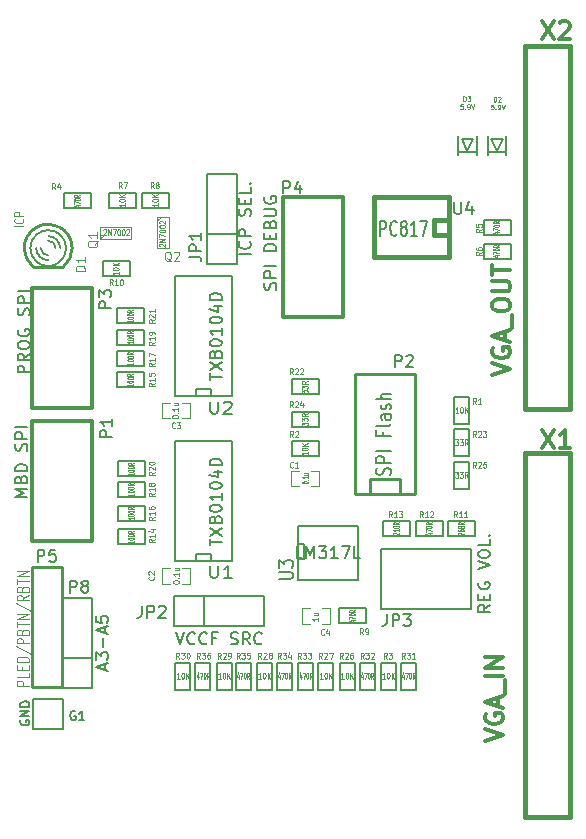
<source format=gto>
G04 (created by PCBNEW (2013-07-07 BZR 4022)-stable) date 16/09/2013 17:45:25*
%MOIN*%
G04 Gerber Fmt 3.4, Leading zero omitted, Abs format*
%FSLAX34Y34*%
G01*
G70*
G90*
G04 APERTURE LIST*
%ADD10C,0.00590551*%
%ADD11C,0.008*%
%ADD12C,0.0026*%
%ADD13C,0.006*%
%ADD14C,0.015*%
%ADD15C,0.01*%
%ADD16C,0.012*%
%ADD17C,0.005*%
%ADD18C,0.0047*%
%ADD19C,0.0031*%
%ADD20C,0.015748*%
%ADD21C,0.0035*%
%ADD22C,0.00393701*%
%ADD23C,0.0045*%
%ADD24C,0.00295276*%
%ADD25C,0.0039*%
G04 APERTURE END LIST*
G54D10*
G54D11*
X38013Y-27248D02*
X38013Y-26608D01*
X37403Y-27248D02*
X37403Y-26618D01*
X37403Y-26618D02*
X37403Y-26613D01*
G54D12*
X38018Y-27253D02*
X38018Y-27013D01*
X38018Y-27131D02*
X37398Y-27131D01*
X37398Y-27253D02*
X37398Y-27013D01*
X38018Y-27154D02*
X37398Y-27154D01*
G54D11*
X37512Y-26717D02*
X37708Y-27109D01*
X37708Y-27109D02*
X37904Y-26717D01*
X37904Y-26717D02*
X37512Y-26717D01*
X37029Y-27248D02*
X37029Y-26608D01*
X36419Y-27248D02*
X36419Y-26618D01*
X36419Y-26618D02*
X36419Y-26613D01*
G54D12*
X37034Y-27253D02*
X37034Y-27013D01*
X37034Y-27131D02*
X36414Y-27131D01*
X36414Y-27253D02*
X36414Y-27013D01*
X37034Y-27154D02*
X36414Y-27154D01*
G54D11*
X36528Y-26717D02*
X36724Y-27109D01*
X36724Y-27109D02*
X36920Y-26717D01*
X36920Y-26717D02*
X36528Y-26717D01*
G54D13*
X24212Y-45007D02*
X23212Y-45007D01*
X23212Y-45007D02*
X23212Y-42007D01*
X23212Y-42007D02*
X24212Y-42007D01*
X24212Y-42007D02*
X24212Y-45007D01*
X23212Y-44007D02*
X24212Y-44007D01*
G54D14*
X38653Y-23606D02*
X38653Y-35732D01*
X38653Y-35732D02*
X40149Y-35732D01*
X40149Y-35732D02*
X40149Y-23606D01*
X40149Y-23606D02*
X38653Y-23606D01*
X38653Y-37188D02*
X38653Y-49314D01*
X38653Y-49314D02*
X40149Y-49314D01*
X40149Y-49314D02*
X40149Y-37188D01*
X40149Y-37188D02*
X38653Y-37188D01*
G54D15*
X22248Y-30979D02*
X23248Y-30979D01*
G54D13*
X23132Y-29898D02*
G75*
G03X22748Y-29759I-384J-460D01*
G74*
G01*
X22748Y-29760D02*
G75*
G03X22350Y-29911I0J-599D01*
G74*
G01*
X22748Y-30959D02*
G75*
G03X23138Y-30814I0J599D01*
G74*
G01*
X22363Y-30820D02*
G75*
G03X22748Y-30959I384J460D01*
G74*
G01*
X23097Y-30847D02*
G75*
G03X23348Y-30359I-349J487D01*
G74*
G01*
X23348Y-30359D02*
G75*
G03X23108Y-29880I-600J0D01*
G74*
G01*
X22148Y-30359D02*
G75*
G03X22379Y-30832I599J0D01*
G74*
G01*
X22379Y-29886D02*
G75*
G03X22148Y-30359I368J-473D01*
G74*
G01*
X22998Y-30359D02*
G75*
G03X22748Y-30109I-250J0D01*
G74*
G01*
X23148Y-30359D02*
G75*
G03X22748Y-29959I-400J0D01*
G74*
G01*
X22498Y-30359D02*
G75*
G03X22748Y-30609I250J0D01*
G74*
G01*
X22348Y-30359D02*
G75*
G03X22748Y-30759I400J0D01*
G74*
G01*
G54D15*
X23261Y-30973D02*
G75*
G03X23548Y-30359I-513J613D01*
G74*
G01*
X23547Y-30359D02*
G75*
G03X23124Y-29655I-799J0D01*
G74*
G01*
X21949Y-30361D02*
G75*
G03X22232Y-30970I798J1D01*
G74*
G01*
X22350Y-29665D02*
G75*
G03X21948Y-30359I397J-694D01*
G74*
G01*
X23127Y-29655D02*
G75*
G03X22748Y-29559I-379J-704D01*
G74*
G01*
X22748Y-29560D02*
G75*
G03X22329Y-29678I0J-799D01*
G74*
G01*
G54D11*
X33846Y-40381D02*
X36846Y-40381D01*
X36846Y-42381D02*
X33846Y-42381D01*
X33846Y-42381D02*
X33846Y-40381D01*
X36846Y-40381D02*
X36846Y-42381D01*
G54D15*
X23208Y-40996D02*
X23208Y-44996D01*
X22208Y-40996D02*
X22208Y-44996D01*
X22208Y-44996D02*
X23208Y-44996D01*
X23208Y-40996D02*
X22208Y-40996D01*
G54D16*
X32566Y-28653D02*
X32566Y-32653D01*
X32566Y-32653D02*
X30566Y-32653D01*
X30566Y-32653D02*
X30566Y-28653D01*
X30566Y-28653D02*
X32566Y-28653D01*
X24220Y-31685D02*
X24220Y-35685D01*
X24220Y-35685D02*
X22220Y-35685D01*
X22220Y-35685D02*
X22220Y-31685D01*
X22220Y-31685D02*
X24220Y-31685D01*
X24220Y-36133D02*
X24220Y-40133D01*
X24220Y-40133D02*
X22220Y-40133D01*
X22220Y-40133D02*
X22220Y-36133D01*
X22220Y-36133D02*
X24220Y-36133D01*
G54D17*
X27655Y-45079D02*
X27655Y-44179D01*
X27655Y-44179D02*
X28155Y-44179D01*
X28155Y-44179D02*
X28155Y-45079D01*
X28155Y-45079D02*
X27655Y-45079D01*
X28994Y-45079D02*
X28994Y-44179D01*
X28994Y-44179D02*
X29494Y-44179D01*
X29494Y-44179D02*
X29494Y-45079D01*
X29494Y-45079D02*
X28994Y-45079D01*
X34336Y-44179D02*
X34336Y-45079D01*
X34336Y-45079D02*
X33836Y-45079D01*
X33836Y-45079D02*
X33836Y-44179D01*
X33836Y-44179D02*
X34336Y-44179D01*
X32958Y-44179D02*
X32958Y-45079D01*
X32958Y-45079D02*
X32458Y-45079D01*
X32458Y-45079D02*
X32458Y-44179D01*
X32458Y-44179D02*
X32958Y-44179D01*
X32250Y-44179D02*
X32250Y-45079D01*
X32250Y-45079D02*
X31750Y-45079D01*
X31750Y-45079D02*
X31750Y-44179D01*
X31750Y-44179D02*
X32250Y-44179D01*
X30372Y-45079D02*
X30372Y-44179D01*
X30372Y-44179D02*
X30872Y-44179D01*
X30872Y-44179D02*
X30872Y-45079D01*
X30872Y-45079D02*
X30372Y-45079D01*
X31080Y-45079D02*
X31080Y-44179D01*
X31080Y-44179D02*
X31580Y-44179D01*
X31580Y-44179D02*
X31580Y-45079D01*
X31580Y-45079D02*
X31080Y-45079D01*
X34505Y-45079D02*
X34505Y-44179D01*
X34505Y-44179D02*
X35005Y-44179D01*
X35005Y-44179D02*
X35005Y-45079D01*
X35005Y-45079D02*
X34505Y-45079D01*
X23282Y-28533D02*
X24182Y-28533D01*
X24182Y-28533D02*
X24182Y-29033D01*
X24182Y-29033D02*
X23282Y-29033D01*
X23282Y-29033D02*
X23282Y-28533D01*
X38158Y-30706D02*
X37258Y-30706D01*
X37258Y-30706D02*
X37258Y-30206D01*
X37258Y-30206D02*
X38158Y-30206D01*
X38158Y-30206D02*
X38158Y-30706D01*
X36777Y-35321D02*
X36777Y-36221D01*
X36777Y-36221D02*
X36277Y-36221D01*
X36277Y-36221D02*
X36277Y-35321D01*
X36277Y-35321D02*
X36777Y-35321D01*
X30861Y-36801D02*
X31761Y-36801D01*
X31761Y-36801D02*
X31761Y-37301D01*
X31761Y-37301D02*
X30861Y-37301D01*
X30861Y-37301D02*
X30861Y-36801D01*
X30202Y-44179D02*
X30202Y-45079D01*
X30202Y-45079D02*
X29702Y-45079D01*
X29702Y-45079D02*
X29702Y-44179D01*
X29702Y-44179D02*
X30202Y-44179D01*
X36777Y-37487D02*
X36777Y-38387D01*
X36777Y-38387D02*
X36277Y-38387D01*
X36277Y-38387D02*
X36277Y-37487D01*
X36277Y-37487D02*
X36777Y-37487D01*
X30861Y-35816D02*
X31761Y-35816D01*
X31761Y-35816D02*
X31761Y-36316D01*
X31761Y-36316D02*
X30861Y-36316D01*
X30861Y-36316D02*
X30861Y-35816D01*
X36777Y-36404D02*
X36777Y-37304D01*
X36777Y-37304D02*
X36277Y-37304D01*
X36277Y-37304D02*
X36277Y-36404D01*
X36277Y-36404D02*
X36777Y-36404D01*
X30861Y-34734D02*
X31761Y-34734D01*
X31761Y-34734D02*
X31761Y-35234D01*
X31761Y-35234D02*
X30861Y-35234D01*
X30861Y-35234D02*
X30861Y-34734D01*
X25973Y-39446D02*
X25073Y-39446D01*
X25073Y-39446D02*
X25073Y-38946D01*
X25073Y-38946D02*
X25973Y-38946D01*
X25973Y-38946D02*
X25973Y-39446D01*
X25973Y-38659D02*
X25073Y-38659D01*
X25073Y-38659D02*
X25073Y-38159D01*
X25073Y-38159D02*
X25973Y-38159D01*
X25973Y-38159D02*
X25973Y-38659D01*
X25973Y-40234D02*
X25073Y-40234D01*
X25073Y-40234D02*
X25073Y-39734D01*
X25073Y-39734D02*
X25973Y-39734D01*
X25973Y-39734D02*
X25973Y-40234D01*
X25953Y-33580D02*
X25053Y-33580D01*
X25053Y-33580D02*
X25053Y-33080D01*
X25053Y-33080D02*
X25953Y-33080D01*
X25953Y-33080D02*
X25953Y-33580D01*
X25953Y-34289D02*
X25053Y-34289D01*
X25053Y-34289D02*
X25053Y-33789D01*
X25053Y-33789D02*
X25953Y-33789D01*
X25953Y-33789D02*
X25953Y-34289D01*
X27486Y-44179D02*
X27486Y-45079D01*
X27486Y-45079D02*
X26986Y-45079D01*
X26986Y-45079D02*
X26986Y-44179D01*
X26986Y-44179D02*
X27486Y-44179D01*
X33912Y-39458D02*
X34812Y-39458D01*
X34812Y-39458D02*
X34812Y-39958D01*
X34812Y-39958D02*
X33912Y-39958D01*
X33912Y-39958D02*
X33912Y-39458D01*
X28864Y-44179D02*
X28864Y-45079D01*
X28864Y-45079D02*
X28364Y-45079D01*
X28364Y-45079D02*
X28364Y-44179D01*
X28364Y-44179D02*
X28864Y-44179D01*
X33355Y-42872D02*
X32455Y-42872D01*
X32455Y-42872D02*
X32455Y-42372D01*
X32455Y-42372D02*
X33355Y-42372D01*
X33355Y-42372D02*
X33355Y-42872D01*
X25678Y-29013D02*
X24778Y-29013D01*
X24778Y-29013D02*
X24778Y-28513D01*
X24778Y-28513D02*
X25678Y-28513D01*
X25678Y-28513D02*
X25678Y-29013D01*
X24561Y-30797D02*
X25461Y-30797D01*
X25461Y-30797D02*
X25461Y-31297D01*
X25461Y-31297D02*
X24561Y-31297D01*
X24561Y-31297D02*
X24561Y-30797D01*
X36077Y-39458D02*
X36977Y-39458D01*
X36977Y-39458D02*
X36977Y-39958D01*
X36977Y-39958D02*
X36077Y-39958D01*
X36077Y-39958D02*
X36077Y-39458D01*
X25953Y-34998D02*
X25053Y-34998D01*
X25053Y-34998D02*
X25053Y-34498D01*
X25053Y-34498D02*
X25953Y-34498D01*
X25953Y-34498D02*
X25953Y-34998D01*
X34994Y-39458D02*
X35894Y-39458D01*
X35894Y-39458D02*
X35894Y-39958D01*
X35894Y-39958D02*
X34994Y-39958D01*
X34994Y-39958D02*
X34994Y-39458D01*
G54D18*
X26803Y-41027D02*
X26528Y-41027D01*
X27197Y-41027D02*
X27472Y-41027D01*
X26803Y-41539D02*
X26528Y-41539D01*
X27472Y-41539D02*
X27197Y-41539D01*
X26528Y-41533D02*
X26528Y-41033D01*
X27472Y-41033D02*
X27472Y-41533D01*
X31114Y-37779D02*
X30839Y-37779D01*
X31508Y-37779D02*
X31783Y-37779D01*
X31114Y-38291D02*
X30839Y-38291D01*
X31783Y-38291D02*
X31508Y-38291D01*
X30839Y-38285D02*
X30839Y-37785D01*
X31783Y-37785D02*
X31783Y-38285D01*
X26803Y-35515D02*
X26528Y-35515D01*
X27197Y-35515D02*
X27472Y-35515D01*
X26803Y-36027D02*
X26528Y-36027D01*
X27472Y-36027D02*
X27197Y-36027D01*
X26528Y-36021D02*
X26528Y-35521D01*
X27472Y-35521D02*
X27472Y-36021D01*
X31862Y-42878D02*
X32137Y-42878D01*
X31468Y-42878D02*
X31193Y-42878D01*
X31862Y-42366D02*
X32137Y-42366D01*
X31193Y-42366D02*
X31468Y-42366D01*
X32137Y-42372D02*
X32137Y-42872D01*
X31193Y-42872D02*
X31193Y-42372D01*
G54D11*
X26966Y-36803D02*
X28866Y-36803D01*
X28866Y-36803D02*
X28866Y-40803D01*
X28866Y-40803D02*
X26966Y-40803D01*
X26966Y-40803D02*
X26966Y-36803D01*
X27666Y-40803D02*
X27666Y-40553D01*
X27666Y-40553D02*
X28166Y-40553D01*
X28166Y-40553D02*
X28166Y-40803D01*
X26966Y-31291D02*
X28866Y-31291D01*
X28866Y-31291D02*
X28866Y-35291D01*
X28866Y-35291D02*
X26966Y-35291D01*
X26966Y-35291D02*
X26966Y-31291D01*
X27666Y-35291D02*
X27666Y-35041D01*
X27666Y-35041D02*
X28166Y-35041D01*
X28166Y-35041D02*
X28166Y-35291D01*
G54D17*
X31059Y-39635D02*
X33059Y-39635D01*
X33059Y-39635D02*
X33059Y-41435D01*
X33059Y-41435D02*
X31059Y-41435D01*
X31059Y-41435D02*
X31059Y-39635D01*
X31059Y-40235D02*
X31259Y-40235D01*
X31259Y-40235D02*
X31259Y-40735D01*
X31259Y-40735D02*
X31059Y-40735D01*
G54D19*
X24591Y-29984D02*
G75*
G03X24591Y-29984I-62J0D01*
G74*
G01*
X25492Y-29646D02*
X25492Y-30046D01*
X24467Y-29646D02*
X24467Y-30046D01*
X25492Y-30046D02*
X24467Y-30046D01*
X24467Y-29646D02*
X25492Y-29646D01*
X26491Y-29383D02*
G75*
G03X26491Y-29383I-62J0D01*
G74*
G01*
X26766Y-30346D02*
X26366Y-30346D01*
X26766Y-29321D02*
X26366Y-29321D01*
X26366Y-30346D02*
X26366Y-29321D01*
X26766Y-29321D02*
X26766Y-30346D01*
G54D13*
X26956Y-42964D02*
X26956Y-41964D01*
X26956Y-41964D02*
X29956Y-41964D01*
X29956Y-41964D02*
X29956Y-42964D01*
X29956Y-42964D02*
X26956Y-42964D01*
X27956Y-41964D02*
X27956Y-42964D01*
X29055Y-30874D02*
X28055Y-30874D01*
X28055Y-30874D02*
X28055Y-27874D01*
X28055Y-27874D02*
X29055Y-27874D01*
X29055Y-27874D02*
X29055Y-30874D01*
X28055Y-29874D02*
X29055Y-29874D01*
X23248Y-45389D02*
X23248Y-46389D01*
X22248Y-46389D02*
X22248Y-45389D01*
X23248Y-46389D02*
X22248Y-46389D01*
X22248Y-45389D02*
X23248Y-45389D01*
G54D17*
X38158Y-29919D02*
X37258Y-29919D01*
X37258Y-29919D02*
X37258Y-29419D01*
X37258Y-29419D02*
X38158Y-29419D01*
X38158Y-29419D02*
X38158Y-29919D01*
X25880Y-28513D02*
X26780Y-28513D01*
X26780Y-28513D02*
X26780Y-29013D01*
X26780Y-29013D02*
X25880Y-29013D01*
X25880Y-29013D02*
X25880Y-28513D01*
X33127Y-45079D02*
X33127Y-44179D01*
X33127Y-44179D02*
X33627Y-44179D01*
X33627Y-44179D02*
X33627Y-45079D01*
X33627Y-45079D02*
X33127Y-45079D01*
X25953Y-32872D02*
X25053Y-32872D01*
X25053Y-32872D02*
X25053Y-32372D01*
X25053Y-32372D02*
X25953Y-32372D01*
X25953Y-32372D02*
X25953Y-32872D01*
X25973Y-37970D02*
X25073Y-37970D01*
X25073Y-37970D02*
X25073Y-37470D01*
X25073Y-37470D02*
X25973Y-37470D01*
X25973Y-37470D02*
X25973Y-37970D01*
G54D15*
X33468Y-38559D02*
X33468Y-38059D01*
X33468Y-38059D02*
X34468Y-38059D01*
X34468Y-38059D02*
X34468Y-38559D01*
X32968Y-38559D02*
X32968Y-34559D01*
X32968Y-34559D02*
X34968Y-34559D01*
X34968Y-34559D02*
X34968Y-38559D01*
X34968Y-38559D02*
X32968Y-38559D01*
G54D20*
X33612Y-28669D02*
X36112Y-28669D01*
X36112Y-30669D02*
X33612Y-30669D01*
G54D14*
X33612Y-30669D02*
X33612Y-28669D01*
X36112Y-28669D02*
X36112Y-30669D01*
X36112Y-29919D02*
X35612Y-29919D01*
X35612Y-29919D02*
X35612Y-29419D01*
X35612Y-29419D02*
X36112Y-29419D01*
G54D21*
X37592Y-25473D02*
X37592Y-25315D01*
X37629Y-25315D01*
X37652Y-25323D01*
X37667Y-25338D01*
X37674Y-25353D01*
X37682Y-25383D01*
X37682Y-25405D01*
X37674Y-25435D01*
X37667Y-25450D01*
X37652Y-25465D01*
X37629Y-25473D01*
X37592Y-25473D01*
X37742Y-25330D02*
X37749Y-25323D01*
X37764Y-25315D01*
X37802Y-25315D01*
X37817Y-25323D01*
X37824Y-25330D01*
X37832Y-25345D01*
X37832Y-25360D01*
X37824Y-25383D01*
X37734Y-25473D01*
X37832Y-25473D01*
X37589Y-25575D02*
X37514Y-25575D01*
X37507Y-25650D01*
X37514Y-25643D01*
X37529Y-25635D01*
X37567Y-25635D01*
X37582Y-25643D01*
X37589Y-25650D01*
X37597Y-25665D01*
X37597Y-25703D01*
X37589Y-25718D01*
X37582Y-25725D01*
X37567Y-25733D01*
X37529Y-25733D01*
X37514Y-25725D01*
X37507Y-25718D01*
X37664Y-25718D02*
X37672Y-25725D01*
X37664Y-25733D01*
X37657Y-25725D01*
X37664Y-25718D01*
X37664Y-25733D01*
X37747Y-25733D02*
X37777Y-25733D01*
X37792Y-25725D01*
X37799Y-25718D01*
X37814Y-25695D01*
X37822Y-25665D01*
X37822Y-25605D01*
X37814Y-25590D01*
X37807Y-25583D01*
X37792Y-25575D01*
X37762Y-25575D01*
X37747Y-25583D01*
X37739Y-25590D01*
X37732Y-25605D01*
X37732Y-25643D01*
X37739Y-25658D01*
X37747Y-25665D01*
X37762Y-25673D01*
X37792Y-25673D01*
X37807Y-25665D01*
X37814Y-25658D01*
X37822Y-25643D01*
X37867Y-25575D02*
X37919Y-25733D01*
X37972Y-25575D01*
X36584Y-25457D02*
X36584Y-25299D01*
X36622Y-25299D01*
X36644Y-25307D01*
X36659Y-25322D01*
X36667Y-25337D01*
X36674Y-25367D01*
X36674Y-25389D01*
X36667Y-25419D01*
X36659Y-25434D01*
X36644Y-25449D01*
X36622Y-25457D01*
X36584Y-25457D01*
X36727Y-25299D02*
X36824Y-25299D01*
X36772Y-25359D01*
X36794Y-25359D01*
X36809Y-25367D01*
X36817Y-25374D01*
X36824Y-25389D01*
X36824Y-25427D01*
X36817Y-25442D01*
X36809Y-25449D01*
X36794Y-25457D01*
X36749Y-25457D01*
X36734Y-25449D01*
X36727Y-25442D01*
X36570Y-25563D02*
X36495Y-25563D01*
X36487Y-25638D01*
X36495Y-25631D01*
X36510Y-25623D01*
X36547Y-25623D01*
X36562Y-25631D01*
X36570Y-25638D01*
X36577Y-25653D01*
X36577Y-25691D01*
X36570Y-25706D01*
X36562Y-25713D01*
X36547Y-25721D01*
X36510Y-25721D01*
X36495Y-25713D01*
X36487Y-25706D01*
X36645Y-25706D02*
X36652Y-25713D01*
X36645Y-25721D01*
X36637Y-25713D01*
X36645Y-25706D01*
X36645Y-25721D01*
X36727Y-25721D02*
X36757Y-25721D01*
X36772Y-25713D01*
X36780Y-25706D01*
X36795Y-25683D01*
X36802Y-25653D01*
X36802Y-25593D01*
X36795Y-25578D01*
X36787Y-25571D01*
X36772Y-25563D01*
X36742Y-25563D01*
X36727Y-25571D01*
X36720Y-25578D01*
X36712Y-25593D01*
X36712Y-25631D01*
X36720Y-25646D01*
X36727Y-25653D01*
X36742Y-25661D01*
X36772Y-25661D01*
X36787Y-25653D01*
X36795Y-25646D01*
X36802Y-25631D01*
X36847Y-25563D02*
X36900Y-25721D01*
X36952Y-25563D01*
G54D13*
X23476Y-41839D02*
X23476Y-41439D01*
X23628Y-41439D01*
X23666Y-41458D01*
X23685Y-41477D01*
X23704Y-41515D01*
X23704Y-41572D01*
X23685Y-41610D01*
X23666Y-41629D01*
X23628Y-41648D01*
X23476Y-41648D01*
X23933Y-41610D02*
X23895Y-41591D01*
X23876Y-41572D01*
X23857Y-41534D01*
X23857Y-41515D01*
X23876Y-41477D01*
X23895Y-41458D01*
X23933Y-41439D01*
X24009Y-41439D01*
X24047Y-41458D01*
X24066Y-41477D01*
X24085Y-41515D01*
X24085Y-41534D01*
X24066Y-41572D01*
X24047Y-41591D01*
X24009Y-41610D01*
X23933Y-41610D01*
X23895Y-41629D01*
X23876Y-41648D01*
X23857Y-41686D01*
X23857Y-41762D01*
X23876Y-41800D01*
X23895Y-41820D01*
X23933Y-41839D01*
X24009Y-41839D01*
X24047Y-41820D01*
X24066Y-41800D01*
X24085Y-41762D01*
X24085Y-41686D01*
X24066Y-41648D01*
X24047Y-41629D01*
X24009Y-41610D01*
X24626Y-44403D02*
X24626Y-44212D01*
X24740Y-44441D02*
X24340Y-44307D01*
X24740Y-44174D01*
X24340Y-44079D02*
X24340Y-43831D01*
X24493Y-43965D01*
X24493Y-43907D01*
X24512Y-43869D01*
X24531Y-43850D01*
X24569Y-43831D01*
X24664Y-43831D01*
X24702Y-43850D01*
X24721Y-43869D01*
X24740Y-43907D01*
X24740Y-44022D01*
X24721Y-44060D01*
X24702Y-44079D01*
X24588Y-43660D02*
X24588Y-43355D01*
X24626Y-43184D02*
X24626Y-42993D01*
X24740Y-43222D02*
X24340Y-43088D01*
X24740Y-42955D01*
X24340Y-42631D02*
X24340Y-42822D01*
X24531Y-42841D01*
X24512Y-42822D01*
X24493Y-42784D01*
X24493Y-42688D01*
X24512Y-42650D01*
X24531Y-42631D01*
X24569Y-42612D01*
X24664Y-42612D01*
X24702Y-42631D01*
X24721Y-42650D01*
X24740Y-42688D01*
X24740Y-42784D01*
X24721Y-42822D01*
X24702Y-42841D01*
G54D16*
X39191Y-22796D02*
X39591Y-23396D01*
X39591Y-22796D02*
X39191Y-23396D01*
X39791Y-22853D02*
X39820Y-22824D01*
X39877Y-22796D01*
X40020Y-22796D01*
X40077Y-22824D01*
X40105Y-22853D01*
X40134Y-22910D01*
X40134Y-22967D01*
X40105Y-23053D01*
X39762Y-23396D01*
X40134Y-23396D01*
X37548Y-34602D02*
X38148Y-34402D01*
X37548Y-34202D01*
X37576Y-33688D02*
X37548Y-33745D01*
X37548Y-33831D01*
X37576Y-33916D01*
X37634Y-33974D01*
X37691Y-34002D01*
X37805Y-34031D01*
X37891Y-34031D01*
X38005Y-34002D01*
X38062Y-33974D01*
X38119Y-33916D01*
X38148Y-33831D01*
X38148Y-33774D01*
X38119Y-33688D01*
X38091Y-33659D01*
X37891Y-33659D01*
X37891Y-33774D01*
X37976Y-33431D02*
X37976Y-33145D01*
X38148Y-33488D02*
X37548Y-33288D01*
X38148Y-33088D01*
X38205Y-33031D02*
X38205Y-32574D01*
X37548Y-32316D02*
X37548Y-32202D01*
X37576Y-32145D01*
X37634Y-32088D01*
X37748Y-32059D01*
X37948Y-32059D01*
X38062Y-32088D01*
X38119Y-32145D01*
X38148Y-32202D01*
X38148Y-32316D01*
X38119Y-32374D01*
X38062Y-32431D01*
X37948Y-32459D01*
X37748Y-32459D01*
X37634Y-32431D01*
X37576Y-32374D01*
X37548Y-32316D01*
X37548Y-31802D02*
X38034Y-31802D01*
X38091Y-31774D01*
X38119Y-31745D01*
X38148Y-31688D01*
X38148Y-31574D01*
X38119Y-31516D01*
X38091Y-31488D01*
X38034Y-31459D01*
X37548Y-31459D01*
X37548Y-31259D02*
X37548Y-30916D01*
X38148Y-31088D02*
X37548Y-31088D01*
X39191Y-36418D02*
X39591Y-37018D01*
X39591Y-36418D02*
X39191Y-37018D01*
X40134Y-37018D02*
X39791Y-37018D01*
X39962Y-37018D02*
X39962Y-36418D01*
X39905Y-36504D01*
X39848Y-36561D01*
X39791Y-36589D01*
X37312Y-46801D02*
X37912Y-46601D01*
X37312Y-46401D01*
X37340Y-45886D02*
X37312Y-45943D01*
X37312Y-46029D01*
X37340Y-46115D01*
X37397Y-46172D01*
X37455Y-46201D01*
X37569Y-46229D01*
X37655Y-46229D01*
X37769Y-46201D01*
X37826Y-46172D01*
X37883Y-46115D01*
X37912Y-46029D01*
X37912Y-45972D01*
X37883Y-45886D01*
X37855Y-45858D01*
X37655Y-45858D01*
X37655Y-45972D01*
X37740Y-45629D02*
X37740Y-45343D01*
X37912Y-45686D02*
X37312Y-45486D01*
X37912Y-45286D01*
X37969Y-45229D02*
X37969Y-44772D01*
X37912Y-44629D02*
X37312Y-44629D01*
X37912Y-44343D02*
X37312Y-44343D01*
X37912Y-44001D01*
X37312Y-44001D01*
G54D21*
X23971Y-31111D02*
X23671Y-31111D01*
X23671Y-31039D01*
X23686Y-30996D01*
X23714Y-30968D01*
X23743Y-30954D01*
X23800Y-30939D01*
X23843Y-30939D01*
X23900Y-30954D01*
X23928Y-30968D01*
X23957Y-30996D01*
X23971Y-31039D01*
X23971Y-31111D01*
X23971Y-30654D02*
X23971Y-30825D01*
X23971Y-30739D02*
X23671Y-30739D01*
X23714Y-30768D01*
X23743Y-30796D01*
X23757Y-30825D01*
X21924Y-29629D02*
X21624Y-29629D01*
X21896Y-29382D02*
X21910Y-29393D01*
X21924Y-29427D01*
X21924Y-29449D01*
X21910Y-29483D01*
X21881Y-29506D01*
X21853Y-29517D01*
X21796Y-29528D01*
X21753Y-29528D01*
X21696Y-29517D01*
X21667Y-29506D01*
X21638Y-29483D01*
X21624Y-29449D01*
X21624Y-29427D01*
X21638Y-29393D01*
X21653Y-29382D01*
X21924Y-29281D02*
X21624Y-29281D01*
X21624Y-29191D01*
X21638Y-29168D01*
X21653Y-29157D01*
X21681Y-29146D01*
X21724Y-29146D01*
X21753Y-29157D01*
X21767Y-29168D01*
X21781Y-29191D01*
X21781Y-29281D01*
G54D11*
X34036Y-42557D02*
X34036Y-42842D01*
X34017Y-42900D01*
X33979Y-42938D01*
X33922Y-42957D01*
X33884Y-42957D01*
X34227Y-42957D02*
X34227Y-42557D01*
X34379Y-42557D01*
X34417Y-42576D01*
X34436Y-42595D01*
X34455Y-42633D01*
X34455Y-42690D01*
X34436Y-42728D01*
X34417Y-42747D01*
X34379Y-42766D01*
X34227Y-42766D01*
X34589Y-42557D02*
X34836Y-42557D01*
X34703Y-42709D01*
X34760Y-42709D01*
X34798Y-42728D01*
X34817Y-42747D01*
X34836Y-42785D01*
X34836Y-42880D01*
X34817Y-42919D01*
X34798Y-42938D01*
X34760Y-42957D01*
X34646Y-42957D01*
X34608Y-42938D01*
X34589Y-42919D01*
X37476Y-42252D02*
X37286Y-42385D01*
X37476Y-42480D02*
X37076Y-42480D01*
X37076Y-42328D01*
X37095Y-42290D01*
X37114Y-42271D01*
X37153Y-42252D01*
X37210Y-42252D01*
X37248Y-42271D01*
X37267Y-42290D01*
X37286Y-42328D01*
X37286Y-42480D01*
X37267Y-42080D02*
X37267Y-41947D01*
X37476Y-41890D02*
X37476Y-42080D01*
X37076Y-42080D01*
X37076Y-41890D01*
X37095Y-41509D02*
X37076Y-41547D01*
X37076Y-41604D01*
X37095Y-41661D01*
X37134Y-41699D01*
X37172Y-41719D01*
X37248Y-41738D01*
X37305Y-41738D01*
X37381Y-41719D01*
X37419Y-41699D01*
X37457Y-41661D01*
X37476Y-41604D01*
X37476Y-41566D01*
X37457Y-41509D01*
X37438Y-41490D01*
X37305Y-41490D01*
X37305Y-41566D01*
X37076Y-41071D02*
X37476Y-40938D01*
X37076Y-40804D01*
X37076Y-40595D02*
X37076Y-40519D01*
X37095Y-40480D01*
X37134Y-40442D01*
X37210Y-40423D01*
X37343Y-40423D01*
X37419Y-40442D01*
X37457Y-40480D01*
X37476Y-40519D01*
X37476Y-40595D01*
X37457Y-40633D01*
X37419Y-40671D01*
X37343Y-40690D01*
X37210Y-40690D01*
X37134Y-40671D01*
X37095Y-40633D01*
X37076Y-40595D01*
X37476Y-40061D02*
X37476Y-40252D01*
X37076Y-40252D01*
X37438Y-39928D02*
X37457Y-39909D01*
X37476Y-39928D01*
X37457Y-39947D01*
X37438Y-39928D01*
X37476Y-39928D01*
X22393Y-40815D02*
X22393Y-40415D01*
X22546Y-40415D01*
X22584Y-40434D01*
X22603Y-40453D01*
X22622Y-40491D01*
X22622Y-40548D01*
X22603Y-40586D01*
X22584Y-40605D01*
X22546Y-40624D01*
X22393Y-40624D01*
X22984Y-40415D02*
X22793Y-40415D01*
X22774Y-40605D01*
X22793Y-40586D01*
X22831Y-40567D01*
X22927Y-40567D01*
X22965Y-40586D01*
X22984Y-40605D01*
X23003Y-40644D01*
X23003Y-40739D01*
X22984Y-40777D01*
X22965Y-40796D01*
X22927Y-40815D01*
X22831Y-40815D01*
X22793Y-40796D01*
X22774Y-40777D01*
G54D22*
X22091Y-44943D02*
X21691Y-44943D01*
X21691Y-44831D01*
X21710Y-44803D01*
X21729Y-44789D01*
X21767Y-44775D01*
X21824Y-44775D01*
X21862Y-44789D01*
X21881Y-44803D01*
X21900Y-44831D01*
X21900Y-44943D01*
X22091Y-44507D02*
X22091Y-44648D01*
X21691Y-44648D01*
X21881Y-44409D02*
X21881Y-44311D01*
X22091Y-44268D02*
X22091Y-44409D01*
X21691Y-44409D01*
X21691Y-44268D01*
X22091Y-44142D02*
X21691Y-44142D01*
X21691Y-44071D01*
X21710Y-44029D01*
X21748Y-44001D01*
X21786Y-43987D01*
X21862Y-43973D01*
X21919Y-43973D01*
X21995Y-43987D01*
X22033Y-44001D01*
X22071Y-44029D01*
X22091Y-44071D01*
X22091Y-44142D01*
X21671Y-43636D02*
X22186Y-43889D01*
X22091Y-43537D02*
X21691Y-43537D01*
X21691Y-43425D01*
X21710Y-43397D01*
X21729Y-43383D01*
X21767Y-43368D01*
X21824Y-43368D01*
X21862Y-43383D01*
X21881Y-43397D01*
X21900Y-43425D01*
X21900Y-43537D01*
X21881Y-43143D02*
X21900Y-43101D01*
X21919Y-43087D01*
X21957Y-43073D01*
X22014Y-43073D01*
X22052Y-43087D01*
X22071Y-43101D01*
X22091Y-43129D01*
X22091Y-43242D01*
X21691Y-43242D01*
X21691Y-43143D01*
X21710Y-43115D01*
X21729Y-43101D01*
X21767Y-43087D01*
X21805Y-43087D01*
X21843Y-43101D01*
X21862Y-43115D01*
X21881Y-43143D01*
X21881Y-43242D01*
X21691Y-42989D02*
X21691Y-42820D01*
X22091Y-42904D02*
X21691Y-42904D01*
X22091Y-42722D02*
X21691Y-42722D01*
X22091Y-42553D01*
X21691Y-42553D01*
X21671Y-42201D02*
X22186Y-42455D01*
X22091Y-41934D02*
X21900Y-42033D01*
X22091Y-42103D02*
X21691Y-42103D01*
X21691Y-41991D01*
X21710Y-41962D01*
X21729Y-41948D01*
X21767Y-41934D01*
X21824Y-41934D01*
X21862Y-41948D01*
X21881Y-41962D01*
X21900Y-41991D01*
X21900Y-42103D01*
X21881Y-41709D02*
X21900Y-41667D01*
X21919Y-41653D01*
X21957Y-41639D01*
X22014Y-41639D01*
X22052Y-41653D01*
X22071Y-41667D01*
X22091Y-41695D01*
X22091Y-41808D01*
X21691Y-41808D01*
X21691Y-41709D01*
X21710Y-41681D01*
X21729Y-41667D01*
X21767Y-41653D01*
X21805Y-41653D01*
X21843Y-41667D01*
X21862Y-41681D01*
X21881Y-41709D01*
X21881Y-41808D01*
X21691Y-41555D02*
X21691Y-41386D01*
X22091Y-41470D02*
X21691Y-41470D01*
X22091Y-41287D02*
X21691Y-41287D01*
X22091Y-41119D01*
X21691Y-41119D01*
G54D11*
X30582Y-28531D02*
X30582Y-28131D01*
X30735Y-28131D01*
X30773Y-28151D01*
X30792Y-28170D01*
X30811Y-28208D01*
X30811Y-28265D01*
X30792Y-28303D01*
X30773Y-28322D01*
X30735Y-28341D01*
X30582Y-28341D01*
X31154Y-28265D02*
X31154Y-28531D01*
X31058Y-28112D02*
X30963Y-28398D01*
X31211Y-28398D01*
X30327Y-31741D02*
X30346Y-31684D01*
X30346Y-31588D01*
X30327Y-31550D01*
X30308Y-31531D01*
X30270Y-31512D01*
X30232Y-31512D01*
X30194Y-31531D01*
X30175Y-31550D01*
X30156Y-31588D01*
X30137Y-31665D01*
X30118Y-31703D01*
X30099Y-31722D01*
X30061Y-31741D01*
X30023Y-31741D01*
X29985Y-31722D01*
X29965Y-31703D01*
X29946Y-31665D01*
X29946Y-31569D01*
X29965Y-31512D01*
X30346Y-31341D02*
X29946Y-31341D01*
X29946Y-31188D01*
X29965Y-31150D01*
X29985Y-31131D01*
X30023Y-31112D01*
X30080Y-31112D01*
X30118Y-31131D01*
X30137Y-31150D01*
X30156Y-31188D01*
X30156Y-31341D01*
X30346Y-30941D02*
X29946Y-30941D01*
X30346Y-30446D02*
X29946Y-30446D01*
X29946Y-30350D01*
X29965Y-30293D01*
X30004Y-30255D01*
X30042Y-30236D01*
X30118Y-30217D01*
X30175Y-30217D01*
X30251Y-30236D01*
X30289Y-30255D01*
X30327Y-30293D01*
X30346Y-30350D01*
X30346Y-30446D01*
X30137Y-30046D02*
X30137Y-29912D01*
X30346Y-29855D02*
X30346Y-30046D01*
X29946Y-30046D01*
X29946Y-29855D01*
X30137Y-29550D02*
X30156Y-29493D01*
X30175Y-29474D01*
X30213Y-29455D01*
X30270Y-29455D01*
X30308Y-29474D01*
X30327Y-29493D01*
X30346Y-29531D01*
X30346Y-29684D01*
X29946Y-29684D01*
X29946Y-29550D01*
X29965Y-29512D01*
X29985Y-29493D01*
X30023Y-29474D01*
X30061Y-29474D01*
X30099Y-29493D01*
X30118Y-29512D01*
X30137Y-29550D01*
X30137Y-29684D01*
X29946Y-29284D02*
X30270Y-29284D01*
X30308Y-29265D01*
X30327Y-29246D01*
X30346Y-29208D01*
X30346Y-29131D01*
X30327Y-29093D01*
X30308Y-29074D01*
X30270Y-29055D01*
X29946Y-29055D01*
X29965Y-28655D02*
X29946Y-28693D01*
X29946Y-28750D01*
X29965Y-28808D01*
X30004Y-28846D01*
X30042Y-28865D01*
X30118Y-28884D01*
X30175Y-28884D01*
X30251Y-28865D01*
X30289Y-28846D01*
X30327Y-28808D01*
X30346Y-28750D01*
X30346Y-28712D01*
X30327Y-28655D01*
X30308Y-28636D01*
X30175Y-28636D01*
X30175Y-28712D01*
X24839Y-32366D02*
X24439Y-32366D01*
X24439Y-32213D01*
X24458Y-32175D01*
X24477Y-32156D01*
X24515Y-32137D01*
X24572Y-32137D01*
X24610Y-32156D01*
X24629Y-32175D01*
X24648Y-32213D01*
X24648Y-32366D01*
X24439Y-32004D02*
X24439Y-31756D01*
X24591Y-31889D01*
X24591Y-31832D01*
X24610Y-31794D01*
X24629Y-31775D01*
X24667Y-31756D01*
X24762Y-31756D01*
X24800Y-31775D01*
X24820Y-31794D01*
X24839Y-31832D01*
X24839Y-31947D01*
X24820Y-31985D01*
X24800Y-32004D01*
X22130Y-34501D02*
X21730Y-34501D01*
X21730Y-34349D01*
X21749Y-34311D01*
X21768Y-34292D01*
X21806Y-34273D01*
X21863Y-34273D01*
X21901Y-34292D01*
X21920Y-34311D01*
X21939Y-34349D01*
X21939Y-34501D01*
X22130Y-33873D02*
X21939Y-34006D01*
X22130Y-34101D02*
X21730Y-34101D01*
X21730Y-33949D01*
X21749Y-33911D01*
X21768Y-33892D01*
X21806Y-33873D01*
X21863Y-33873D01*
X21901Y-33892D01*
X21920Y-33911D01*
X21939Y-33949D01*
X21939Y-34101D01*
X21730Y-33625D02*
X21730Y-33549D01*
X21749Y-33511D01*
X21787Y-33473D01*
X21863Y-33454D01*
X21997Y-33454D01*
X22073Y-33473D01*
X22111Y-33511D01*
X22130Y-33549D01*
X22130Y-33625D01*
X22111Y-33663D01*
X22073Y-33701D01*
X21997Y-33721D01*
X21863Y-33721D01*
X21787Y-33701D01*
X21749Y-33663D01*
X21730Y-33625D01*
X21749Y-33073D02*
X21730Y-33111D01*
X21730Y-33168D01*
X21749Y-33225D01*
X21787Y-33263D01*
X21825Y-33282D01*
X21901Y-33301D01*
X21958Y-33301D01*
X22035Y-33282D01*
X22073Y-33263D01*
X22111Y-33225D01*
X22130Y-33168D01*
X22130Y-33130D01*
X22111Y-33073D01*
X22092Y-33054D01*
X21958Y-33054D01*
X21958Y-33130D01*
X22111Y-32597D02*
X22130Y-32540D01*
X22130Y-32444D01*
X22111Y-32406D01*
X22092Y-32387D01*
X22054Y-32368D01*
X22016Y-32368D01*
X21978Y-32387D01*
X21958Y-32406D01*
X21939Y-32444D01*
X21920Y-32521D01*
X21901Y-32559D01*
X21882Y-32578D01*
X21844Y-32597D01*
X21806Y-32597D01*
X21768Y-32578D01*
X21749Y-32559D01*
X21730Y-32521D01*
X21730Y-32425D01*
X21749Y-32368D01*
X22130Y-32197D02*
X21730Y-32197D01*
X21730Y-32044D01*
X21749Y-32006D01*
X21768Y-31987D01*
X21806Y-31968D01*
X21863Y-31968D01*
X21901Y-31987D01*
X21920Y-32006D01*
X21939Y-32044D01*
X21939Y-32197D01*
X22130Y-31797D02*
X21730Y-31797D01*
X24878Y-36657D02*
X24478Y-36657D01*
X24478Y-36505D01*
X24497Y-36466D01*
X24516Y-36447D01*
X24554Y-36428D01*
X24611Y-36428D01*
X24649Y-36447D01*
X24668Y-36466D01*
X24687Y-36505D01*
X24687Y-36657D01*
X24878Y-36047D02*
X24878Y-36276D01*
X24878Y-36162D02*
X24478Y-36162D01*
X24535Y-36200D01*
X24573Y-36238D01*
X24592Y-36276D01*
X22051Y-38651D02*
X21651Y-38651D01*
X21937Y-38518D01*
X21651Y-38385D01*
X22051Y-38385D01*
X21842Y-38061D02*
X21861Y-38004D01*
X21880Y-37985D01*
X21918Y-37966D01*
X21975Y-37966D01*
X22013Y-37985D01*
X22032Y-38004D01*
X22051Y-38042D01*
X22051Y-38194D01*
X21651Y-38194D01*
X21651Y-38061D01*
X21670Y-38023D01*
X21689Y-38004D01*
X21727Y-37985D01*
X21765Y-37985D01*
X21804Y-38004D01*
X21823Y-38023D01*
X21842Y-38061D01*
X21842Y-38194D01*
X22051Y-37794D02*
X21651Y-37794D01*
X21651Y-37699D01*
X21670Y-37642D01*
X21708Y-37604D01*
X21746Y-37585D01*
X21823Y-37566D01*
X21880Y-37566D01*
X21956Y-37585D01*
X21994Y-37604D01*
X22032Y-37642D01*
X22051Y-37699D01*
X22051Y-37794D01*
X22032Y-37108D02*
X22051Y-37051D01*
X22051Y-36956D01*
X22032Y-36918D01*
X22013Y-36899D01*
X21975Y-36880D01*
X21937Y-36880D01*
X21899Y-36899D01*
X21880Y-36918D01*
X21861Y-36956D01*
X21842Y-37032D01*
X21823Y-37070D01*
X21804Y-37089D01*
X21765Y-37108D01*
X21727Y-37108D01*
X21689Y-37089D01*
X21670Y-37070D01*
X21651Y-37032D01*
X21651Y-36937D01*
X21670Y-36880D01*
X22051Y-36708D02*
X21651Y-36708D01*
X21651Y-36556D01*
X21670Y-36518D01*
X21689Y-36499D01*
X21727Y-36480D01*
X21785Y-36480D01*
X21823Y-36499D01*
X21842Y-36518D01*
X21861Y-36556D01*
X21861Y-36708D01*
X22051Y-36308D02*
X21651Y-36308D01*
G54D23*
X27809Y-44041D02*
X27749Y-43946D01*
X27706Y-44041D02*
X27706Y-43841D01*
X27775Y-43841D01*
X27792Y-43851D01*
X27800Y-43860D01*
X27809Y-43879D01*
X27809Y-43908D01*
X27800Y-43927D01*
X27792Y-43936D01*
X27775Y-43946D01*
X27706Y-43946D01*
X27869Y-43841D02*
X27980Y-43841D01*
X27920Y-43917D01*
X27946Y-43917D01*
X27963Y-43927D01*
X27972Y-43936D01*
X27980Y-43955D01*
X27980Y-44003D01*
X27972Y-44022D01*
X27963Y-44032D01*
X27946Y-44041D01*
X27895Y-44041D01*
X27878Y-44032D01*
X27869Y-44022D01*
X28135Y-43841D02*
X28100Y-43841D01*
X28083Y-43851D01*
X28075Y-43860D01*
X28058Y-43889D01*
X28049Y-43927D01*
X28049Y-44003D01*
X28058Y-44022D01*
X28066Y-44032D01*
X28083Y-44041D01*
X28118Y-44041D01*
X28135Y-44032D01*
X28143Y-44022D01*
X28152Y-44003D01*
X28152Y-43955D01*
X28143Y-43936D01*
X28135Y-43927D01*
X28118Y-43917D01*
X28083Y-43917D01*
X28066Y-43927D01*
X28058Y-43936D01*
X28049Y-43955D01*
G54D24*
X27756Y-44577D02*
X27756Y-44710D01*
X27728Y-44501D02*
X27700Y-44644D01*
X27773Y-44644D01*
X27807Y-44510D02*
X27885Y-44510D01*
X27835Y-44710D01*
X27953Y-44510D02*
X27964Y-44510D01*
X27975Y-44520D01*
X27981Y-44529D01*
X27987Y-44548D01*
X27992Y-44587D01*
X27992Y-44634D01*
X27987Y-44672D01*
X27981Y-44691D01*
X27975Y-44701D01*
X27964Y-44710D01*
X27953Y-44710D01*
X27942Y-44701D01*
X27936Y-44691D01*
X27930Y-44672D01*
X27925Y-44634D01*
X27925Y-44587D01*
X27930Y-44548D01*
X27936Y-44529D01*
X27942Y-44520D01*
X27953Y-44510D01*
X28110Y-44710D02*
X28071Y-44615D01*
X28043Y-44710D02*
X28043Y-44510D01*
X28088Y-44510D01*
X28099Y-44520D01*
X28105Y-44529D01*
X28110Y-44548D01*
X28110Y-44577D01*
X28105Y-44596D01*
X28099Y-44606D01*
X28088Y-44615D01*
X28043Y-44615D01*
G54D23*
X29128Y-44041D02*
X29068Y-43946D01*
X29025Y-44041D02*
X29025Y-43841D01*
X29094Y-43841D01*
X29111Y-43851D01*
X29119Y-43860D01*
X29128Y-43879D01*
X29128Y-43908D01*
X29119Y-43927D01*
X29111Y-43936D01*
X29094Y-43946D01*
X29025Y-43946D01*
X29188Y-43841D02*
X29299Y-43841D01*
X29239Y-43917D01*
X29265Y-43917D01*
X29282Y-43927D01*
X29291Y-43936D01*
X29299Y-43955D01*
X29299Y-44003D01*
X29291Y-44022D01*
X29282Y-44032D01*
X29265Y-44041D01*
X29214Y-44041D01*
X29196Y-44032D01*
X29188Y-44022D01*
X29462Y-43841D02*
X29376Y-43841D01*
X29368Y-43936D01*
X29376Y-43927D01*
X29394Y-43917D01*
X29436Y-43917D01*
X29454Y-43927D01*
X29462Y-43936D01*
X29471Y-43955D01*
X29471Y-44003D01*
X29462Y-44022D01*
X29454Y-44032D01*
X29436Y-44041D01*
X29394Y-44041D01*
X29376Y-44032D01*
X29368Y-44022D01*
G54D24*
X29095Y-44577D02*
X29095Y-44710D01*
X29066Y-44501D02*
X29038Y-44644D01*
X29111Y-44644D01*
X29145Y-44510D02*
X29224Y-44510D01*
X29173Y-44710D01*
X29291Y-44510D02*
X29303Y-44510D01*
X29314Y-44520D01*
X29320Y-44529D01*
X29325Y-44548D01*
X29331Y-44587D01*
X29331Y-44634D01*
X29325Y-44672D01*
X29320Y-44691D01*
X29314Y-44701D01*
X29303Y-44710D01*
X29291Y-44710D01*
X29280Y-44701D01*
X29275Y-44691D01*
X29269Y-44672D01*
X29263Y-44634D01*
X29263Y-44587D01*
X29269Y-44548D01*
X29275Y-44529D01*
X29280Y-44520D01*
X29291Y-44510D01*
X29449Y-44710D02*
X29410Y-44615D01*
X29381Y-44710D02*
X29381Y-44510D01*
X29426Y-44510D01*
X29438Y-44520D01*
X29443Y-44529D01*
X29449Y-44548D01*
X29449Y-44577D01*
X29443Y-44596D01*
X29438Y-44606D01*
X29426Y-44615D01*
X29381Y-44615D01*
G54D23*
X34036Y-44041D02*
X33976Y-43946D01*
X33934Y-44041D02*
X33934Y-43841D01*
X34002Y-43841D01*
X34019Y-43851D01*
X34028Y-43860D01*
X34036Y-43879D01*
X34036Y-43908D01*
X34028Y-43927D01*
X34019Y-43936D01*
X34002Y-43946D01*
X33934Y-43946D01*
X34096Y-43841D02*
X34208Y-43841D01*
X34148Y-43917D01*
X34174Y-43917D01*
X34191Y-43927D01*
X34199Y-43936D01*
X34208Y-43955D01*
X34208Y-44003D01*
X34199Y-44022D01*
X34191Y-44032D01*
X34174Y-44041D01*
X34122Y-44041D01*
X34105Y-44032D01*
X34096Y-44022D01*
G54D22*
X33977Y-44710D02*
X33887Y-44710D01*
X33932Y-44710D02*
X33932Y-44510D01*
X33917Y-44539D01*
X33902Y-44558D01*
X33887Y-44568D01*
X34075Y-44510D02*
X34090Y-44510D01*
X34105Y-44520D01*
X34112Y-44529D01*
X34120Y-44548D01*
X34127Y-44587D01*
X34127Y-44634D01*
X34120Y-44672D01*
X34112Y-44691D01*
X34105Y-44701D01*
X34090Y-44710D01*
X34075Y-44710D01*
X34060Y-44701D01*
X34052Y-44691D01*
X34045Y-44672D01*
X34037Y-44634D01*
X34037Y-44587D01*
X34045Y-44548D01*
X34052Y-44529D01*
X34060Y-44520D01*
X34075Y-44510D01*
X34195Y-44710D02*
X34195Y-44510D01*
X34285Y-44710D02*
X34217Y-44596D01*
X34285Y-44510D02*
X34195Y-44625D01*
G54D23*
X32573Y-44041D02*
X32513Y-43946D01*
X32470Y-44041D02*
X32470Y-43841D01*
X32538Y-43841D01*
X32556Y-43851D01*
X32564Y-43860D01*
X32573Y-43879D01*
X32573Y-43908D01*
X32564Y-43927D01*
X32556Y-43936D01*
X32538Y-43946D01*
X32470Y-43946D01*
X32641Y-43860D02*
X32650Y-43851D01*
X32667Y-43841D01*
X32710Y-43841D01*
X32727Y-43851D01*
X32736Y-43860D01*
X32744Y-43879D01*
X32744Y-43898D01*
X32736Y-43927D01*
X32633Y-44041D01*
X32744Y-44041D01*
X32898Y-43841D02*
X32864Y-43841D01*
X32847Y-43851D01*
X32838Y-43860D01*
X32821Y-43889D01*
X32813Y-43927D01*
X32813Y-44003D01*
X32821Y-44022D01*
X32830Y-44032D01*
X32847Y-44041D01*
X32881Y-44041D01*
X32898Y-44032D01*
X32907Y-44022D01*
X32916Y-44003D01*
X32916Y-43955D01*
X32907Y-43936D01*
X32898Y-43927D01*
X32881Y-43917D01*
X32847Y-43917D01*
X32830Y-43927D01*
X32821Y-43936D01*
X32813Y-43955D01*
G54D22*
X32599Y-44710D02*
X32509Y-44710D01*
X32554Y-44710D02*
X32554Y-44510D01*
X32539Y-44539D01*
X32524Y-44558D01*
X32509Y-44568D01*
X32697Y-44510D02*
X32712Y-44510D01*
X32727Y-44520D01*
X32734Y-44529D01*
X32742Y-44548D01*
X32749Y-44587D01*
X32749Y-44634D01*
X32742Y-44672D01*
X32734Y-44691D01*
X32727Y-44701D01*
X32712Y-44710D01*
X32697Y-44710D01*
X32682Y-44701D01*
X32674Y-44691D01*
X32667Y-44672D01*
X32659Y-44634D01*
X32659Y-44587D01*
X32667Y-44548D01*
X32674Y-44529D01*
X32682Y-44520D01*
X32697Y-44510D01*
X32817Y-44710D02*
X32817Y-44510D01*
X32907Y-44710D02*
X32839Y-44596D01*
X32907Y-44510D02*
X32817Y-44625D01*
G54D23*
X31884Y-44041D02*
X31824Y-43946D01*
X31781Y-44041D02*
X31781Y-43841D01*
X31850Y-43841D01*
X31867Y-43851D01*
X31875Y-43860D01*
X31884Y-43879D01*
X31884Y-43908D01*
X31875Y-43927D01*
X31867Y-43936D01*
X31850Y-43946D01*
X31781Y-43946D01*
X31952Y-43860D02*
X31961Y-43851D01*
X31978Y-43841D01*
X32021Y-43841D01*
X32038Y-43851D01*
X32047Y-43860D01*
X32055Y-43879D01*
X32055Y-43898D01*
X32047Y-43927D01*
X31944Y-44041D01*
X32055Y-44041D01*
X32115Y-43841D02*
X32235Y-43841D01*
X32158Y-44041D01*
G54D22*
X31891Y-44710D02*
X31801Y-44710D01*
X31846Y-44710D02*
X31846Y-44510D01*
X31831Y-44539D01*
X31816Y-44558D01*
X31801Y-44568D01*
X31988Y-44510D02*
X32003Y-44510D01*
X32018Y-44520D01*
X32026Y-44529D01*
X32033Y-44548D01*
X32041Y-44587D01*
X32041Y-44634D01*
X32033Y-44672D01*
X32026Y-44691D01*
X32018Y-44701D01*
X32003Y-44710D01*
X31988Y-44710D01*
X31973Y-44701D01*
X31966Y-44691D01*
X31958Y-44672D01*
X31951Y-44634D01*
X31951Y-44587D01*
X31958Y-44548D01*
X31966Y-44529D01*
X31973Y-44520D01*
X31988Y-44510D01*
X32108Y-44710D02*
X32108Y-44510D01*
X32198Y-44710D02*
X32131Y-44596D01*
X32198Y-44510D02*
X32108Y-44625D01*
G54D23*
X30506Y-44041D02*
X30446Y-43946D01*
X30403Y-44041D02*
X30403Y-43841D01*
X30472Y-43841D01*
X30489Y-43851D01*
X30497Y-43860D01*
X30506Y-43879D01*
X30506Y-43908D01*
X30497Y-43927D01*
X30489Y-43936D01*
X30472Y-43946D01*
X30403Y-43946D01*
X30566Y-43841D02*
X30677Y-43841D01*
X30617Y-43917D01*
X30643Y-43917D01*
X30660Y-43927D01*
X30669Y-43936D01*
X30677Y-43955D01*
X30677Y-44003D01*
X30669Y-44022D01*
X30660Y-44032D01*
X30643Y-44041D01*
X30592Y-44041D01*
X30574Y-44032D01*
X30566Y-44022D01*
X30832Y-43908D02*
X30832Y-44041D01*
X30789Y-43832D02*
X30746Y-43974D01*
X30857Y-43974D01*
G54D24*
X30473Y-44577D02*
X30473Y-44710D01*
X30444Y-44501D02*
X30416Y-44644D01*
X30489Y-44644D01*
X30523Y-44510D02*
X30602Y-44510D01*
X30551Y-44710D01*
X30669Y-44510D02*
X30681Y-44510D01*
X30692Y-44520D01*
X30697Y-44529D01*
X30703Y-44548D01*
X30709Y-44587D01*
X30709Y-44634D01*
X30703Y-44672D01*
X30697Y-44691D01*
X30692Y-44701D01*
X30681Y-44710D01*
X30669Y-44710D01*
X30658Y-44701D01*
X30652Y-44691D01*
X30647Y-44672D01*
X30641Y-44634D01*
X30641Y-44587D01*
X30647Y-44548D01*
X30652Y-44529D01*
X30658Y-44520D01*
X30669Y-44510D01*
X30827Y-44710D02*
X30787Y-44615D01*
X30759Y-44710D02*
X30759Y-44510D01*
X30804Y-44510D01*
X30816Y-44520D01*
X30821Y-44529D01*
X30827Y-44548D01*
X30827Y-44577D01*
X30821Y-44596D01*
X30816Y-44606D01*
X30804Y-44615D01*
X30759Y-44615D01*
G54D23*
X31175Y-44041D02*
X31115Y-43946D01*
X31072Y-44041D02*
X31072Y-43841D01*
X31141Y-43841D01*
X31158Y-43851D01*
X31167Y-43860D01*
X31175Y-43879D01*
X31175Y-43908D01*
X31167Y-43927D01*
X31158Y-43936D01*
X31141Y-43946D01*
X31072Y-43946D01*
X31235Y-43841D02*
X31347Y-43841D01*
X31287Y-43917D01*
X31312Y-43917D01*
X31329Y-43927D01*
X31338Y-43936D01*
X31347Y-43955D01*
X31347Y-44003D01*
X31338Y-44022D01*
X31329Y-44032D01*
X31312Y-44041D01*
X31261Y-44041D01*
X31244Y-44032D01*
X31235Y-44022D01*
X31407Y-43841D02*
X31518Y-43841D01*
X31458Y-43917D01*
X31484Y-43917D01*
X31501Y-43927D01*
X31509Y-43936D01*
X31518Y-43955D01*
X31518Y-44003D01*
X31509Y-44022D01*
X31501Y-44032D01*
X31484Y-44041D01*
X31432Y-44041D01*
X31415Y-44032D01*
X31407Y-44022D01*
G54D24*
X31181Y-44577D02*
X31181Y-44710D01*
X31153Y-44501D02*
X31125Y-44644D01*
X31198Y-44644D01*
X31232Y-44510D02*
X31311Y-44510D01*
X31260Y-44710D01*
X31378Y-44510D02*
X31389Y-44510D01*
X31401Y-44520D01*
X31406Y-44529D01*
X31412Y-44548D01*
X31417Y-44587D01*
X31417Y-44634D01*
X31412Y-44672D01*
X31406Y-44691D01*
X31401Y-44701D01*
X31389Y-44710D01*
X31378Y-44710D01*
X31367Y-44701D01*
X31361Y-44691D01*
X31356Y-44672D01*
X31350Y-44634D01*
X31350Y-44587D01*
X31356Y-44548D01*
X31361Y-44529D01*
X31367Y-44520D01*
X31378Y-44510D01*
X31535Y-44710D02*
X31496Y-44615D01*
X31468Y-44710D02*
X31468Y-44510D01*
X31513Y-44510D01*
X31524Y-44520D01*
X31530Y-44529D01*
X31535Y-44548D01*
X31535Y-44577D01*
X31530Y-44596D01*
X31524Y-44606D01*
X31513Y-44615D01*
X31468Y-44615D01*
G54D23*
X34640Y-44041D02*
X34580Y-43946D01*
X34537Y-44041D02*
X34537Y-43841D01*
X34605Y-43841D01*
X34623Y-43851D01*
X34631Y-43860D01*
X34640Y-43879D01*
X34640Y-43908D01*
X34631Y-43927D01*
X34623Y-43936D01*
X34605Y-43946D01*
X34537Y-43946D01*
X34700Y-43841D02*
X34811Y-43841D01*
X34751Y-43917D01*
X34777Y-43917D01*
X34794Y-43927D01*
X34803Y-43936D01*
X34811Y-43955D01*
X34811Y-44003D01*
X34803Y-44022D01*
X34794Y-44032D01*
X34777Y-44041D01*
X34725Y-44041D01*
X34708Y-44032D01*
X34700Y-44022D01*
X34983Y-44041D02*
X34880Y-44041D01*
X34931Y-44041D02*
X34931Y-43841D01*
X34914Y-43870D01*
X34897Y-43889D01*
X34880Y-43898D01*
G54D24*
X34606Y-44577D02*
X34606Y-44710D01*
X34578Y-44501D02*
X34550Y-44644D01*
X34623Y-44644D01*
X34657Y-44510D02*
X34736Y-44510D01*
X34685Y-44710D01*
X34803Y-44510D02*
X34814Y-44510D01*
X34826Y-44520D01*
X34831Y-44529D01*
X34837Y-44548D01*
X34843Y-44587D01*
X34843Y-44634D01*
X34837Y-44672D01*
X34831Y-44691D01*
X34826Y-44701D01*
X34814Y-44710D01*
X34803Y-44710D01*
X34792Y-44701D01*
X34786Y-44691D01*
X34781Y-44672D01*
X34775Y-44634D01*
X34775Y-44587D01*
X34781Y-44548D01*
X34786Y-44529D01*
X34792Y-44520D01*
X34803Y-44510D01*
X34961Y-44710D02*
X34921Y-44615D01*
X34893Y-44710D02*
X34893Y-44510D01*
X34938Y-44510D01*
X34949Y-44520D01*
X34955Y-44529D01*
X34961Y-44548D01*
X34961Y-44577D01*
X34955Y-44596D01*
X34949Y-44606D01*
X34938Y-44615D01*
X34893Y-44615D01*
G54D23*
X22985Y-28403D02*
X22925Y-28308D01*
X22882Y-28403D02*
X22882Y-28203D01*
X22951Y-28203D01*
X22968Y-28213D01*
X22977Y-28222D01*
X22985Y-28241D01*
X22985Y-28270D01*
X22977Y-28289D01*
X22968Y-28299D01*
X22951Y-28308D01*
X22882Y-28308D01*
X23140Y-28270D02*
X23140Y-28403D01*
X23097Y-28194D02*
X23054Y-28337D01*
X23165Y-28337D01*
G54D24*
X23679Y-28932D02*
X23813Y-28932D01*
X23603Y-28960D02*
X23746Y-28988D01*
X23746Y-28915D01*
X23613Y-28881D02*
X23613Y-28803D01*
X23813Y-28853D01*
X23613Y-28735D02*
X23613Y-28724D01*
X23622Y-28713D01*
X23632Y-28707D01*
X23651Y-28701D01*
X23689Y-28696D01*
X23737Y-28696D01*
X23775Y-28701D01*
X23794Y-28707D01*
X23803Y-28713D01*
X23813Y-28724D01*
X23813Y-28735D01*
X23803Y-28746D01*
X23794Y-28752D01*
X23775Y-28758D01*
X23737Y-28763D01*
X23689Y-28763D01*
X23651Y-28758D01*
X23632Y-28752D01*
X23622Y-28746D01*
X23613Y-28735D01*
X23813Y-28578D02*
X23717Y-28617D01*
X23813Y-28645D02*
X23613Y-28645D01*
X23613Y-28600D01*
X23622Y-28589D01*
X23632Y-28583D01*
X23651Y-28578D01*
X23679Y-28578D01*
X23698Y-28583D01*
X23708Y-28589D01*
X23717Y-28600D01*
X23717Y-28645D01*
G54D23*
X37202Y-30494D02*
X37107Y-30554D01*
X37202Y-30597D02*
X37002Y-30597D01*
X37002Y-30528D01*
X37012Y-30511D01*
X37022Y-30503D01*
X37041Y-30494D01*
X37069Y-30494D01*
X37088Y-30503D01*
X37098Y-30511D01*
X37107Y-30528D01*
X37107Y-30597D01*
X37002Y-30340D02*
X37002Y-30374D01*
X37012Y-30391D01*
X37022Y-30400D01*
X37050Y-30417D01*
X37088Y-30425D01*
X37164Y-30425D01*
X37183Y-30417D01*
X37193Y-30408D01*
X37202Y-30391D01*
X37202Y-30357D01*
X37193Y-30340D01*
X37183Y-30331D01*
X37164Y-30323D01*
X37117Y-30323D01*
X37098Y-30331D01*
X37088Y-30340D01*
X37079Y-30357D01*
X37079Y-30391D01*
X37088Y-30408D01*
X37098Y-30417D01*
X37117Y-30425D01*
G54D24*
X37656Y-30605D02*
X37789Y-30605D01*
X37580Y-30633D02*
X37722Y-30661D01*
X37722Y-30588D01*
X37589Y-30555D02*
X37589Y-30476D01*
X37789Y-30526D01*
X37589Y-30408D02*
X37589Y-30397D01*
X37599Y-30386D01*
X37608Y-30380D01*
X37627Y-30375D01*
X37665Y-30369D01*
X37713Y-30369D01*
X37751Y-30375D01*
X37770Y-30380D01*
X37780Y-30386D01*
X37789Y-30397D01*
X37789Y-30408D01*
X37780Y-30420D01*
X37770Y-30425D01*
X37751Y-30431D01*
X37713Y-30437D01*
X37665Y-30437D01*
X37627Y-30431D01*
X37608Y-30425D01*
X37599Y-30420D01*
X37589Y-30408D01*
X37789Y-30251D02*
X37694Y-30290D01*
X37789Y-30318D02*
X37589Y-30318D01*
X37589Y-30273D01*
X37599Y-30262D01*
X37608Y-30257D01*
X37627Y-30251D01*
X37656Y-30251D01*
X37675Y-30257D01*
X37684Y-30262D01*
X37694Y-30273D01*
X37694Y-30318D01*
G54D23*
X37017Y-35553D02*
X36957Y-35458D01*
X36914Y-35553D02*
X36914Y-35353D01*
X36982Y-35353D01*
X37000Y-35362D01*
X37008Y-35372D01*
X37017Y-35391D01*
X37017Y-35420D01*
X37008Y-35439D01*
X37000Y-35448D01*
X36982Y-35458D01*
X36914Y-35458D01*
X37188Y-35553D02*
X37085Y-35553D01*
X37137Y-35553D02*
X37137Y-35353D01*
X37120Y-35381D01*
X37102Y-35401D01*
X37085Y-35410D01*
G54D22*
X36418Y-35852D02*
X36328Y-35852D01*
X36373Y-35852D02*
X36373Y-35652D01*
X36358Y-35681D01*
X36343Y-35700D01*
X36328Y-35709D01*
X36516Y-35652D02*
X36531Y-35652D01*
X36546Y-35662D01*
X36553Y-35671D01*
X36561Y-35690D01*
X36568Y-35728D01*
X36568Y-35776D01*
X36561Y-35814D01*
X36553Y-35833D01*
X36546Y-35843D01*
X36531Y-35852D01*
X36516Y-35852D01*
X36501Y-35843D01*
X36493Y-35833D01*
X36486Y-35814D01*
X36478Y-35776D01*
X36478Y-35728D01*
X36486Y-35690D01*
X36493Y-35671D01*
X36501Y-35662D01*
X36516Y-35652D01*
X36636Y-35852D02*
X36636Y-35652D01*
X36726Y-35852D02*
X36658Y-35738D01*
X36726Y-35652D02*
X36636Y-35766D01*
G54D23*
X30914Y-36655D02*
X30854Y-36560D01*
X30812Y-36655D02*
X30812Y-36455D01*
X30880Y-36455D01*
X30897Y-36465D01*
X30906Y-36474D01*
X30914Y-36493D01*
X30914Y-36522D01*
X30906Y-36541D01*
X30897Y-36550D01*
X30880Y-36560D01*
X30812Y-36560D01*
X30983Y-36474D02*
X30992Y-36465D01*
X31009Y-36455D01*
X31052Y-36455D01*
X31069Y-36465D01*
X31077Y-36474D01*
X31086Y-36493D01*
X31086Y-36512D01*
X31077Y-36541D01*
X30974Y-36655D01*
X31086Y-36655D01*
G54D22*
X31391Y-37159D02*
X31391Y-37249D01*
X31391Y-37204D02*
X31191Y-37204D01*
X31220Y-37219D01*
X31239Y-37234D01*
X31249Y-37249D01*
X31191Y-37062D02*
X31191Y-37047D01*
X31201Y-37032D01*
X31211Y-37024D01*
X31230Y-37017D01*
X31268Y-37009D01*
X31315Y-37009D01*
X31353Y-37017D01*
X31372Y-37024D01*
X31382Y-37032D01*
X31391Y-37047D01*
X31391Y-37062D01*
X31382Y-37077D01*
X31372Y-37084D01*
X31353Y-37092D01*
X31315Y-37099D01*
X31268Y-37099D01*
X31230Y-37092D01*
X31211Y-37084D01*
X31201Y-37077D01*
X31191Y-37062D01*
X31391Y-36942D02*
X31191Y-36942D01*
X31391Y-36852D02*
X31277Y-36919D01*
X31191Y-36852D02*
X31306Y-36942D01*
G54D23*
X29856Y-44041D02*
X29796Y-43946D01*
X29753Y-44041D02*
X29753Y-43841D01*
X29822Y-43841D01*
X29839Y-43851D01*
X29848Y-43860D01*
X29856Y-43879D01*
X29856Y-43908D01*
X29848Y-43927D01*
X29839Y-43936D01*
X29822Y-43946D01*
X29753Y-43946D01*
X29925Y-43860D02*
X29933Y-43851D01*
X29951Y-43841D01*
X29993Y-43841D01*
X30011Y-43851D01*
X30019Y-43860D01*
X30028Y-43879D01*
X30028Y-43898D01*
X30019Y-43927D01*
X29916Y-44041D01*
X30028Y-44041D01*
X30131Y-43927D02*
X30113Y-43917D01*
X30105Y-43908D01*
X30096Y-43889D01*
X30096Y-43879D01*
X30105Y-43860D01*
X30113Y-43851D01*
X30131Y-43841D01*
X30165Y-43841D01*
X30182Y-43851D01*
X30191Y-43860D01*
X30199Y-43879D01*
X30199Y-43889D01*
X30191Y-43908D01*
X30182Y-43917D01*
X30165Y-43927D01*
X30131Y-43927D01*
X30113Y-43936D01*
X30105Y-43946D01*
X30096Y-43965D01*
X30096Y-44003D01*
X30105Y-44022D01*
X30113Y-44032D01*
X30131Y-44041D01*
X30165Y-44041D01*
X30182Y-44032D01*
X30191Y-44022D01*
X30199Y-44003D01*
X30199Y-43965D01*
X30191Y-43946D01*
X30182Y-43936D01*
X30165Y-43927D01*
G54D22*
X29844Y-44710D02*
X29754Y-44710D01*
X29799Y-44710D02*
X29799Y-44510D01*
X29784Y-44539D01*
X29769Y-44558D01*
X29754Y-44568D01*
X29941Y-44510D02*
X29956Y-44510D01*
X29971Y-44520D01*
X29979Y-44529D01*
X29986Y-44548D01*
X29994Y-44587D01*
X29994Y-44634D01*
X29986Y-44672D01*
X29979Y-44691D01*
X29971Y-44701D01*
X29956Y-44710D01*
X29941Y-44710D01*
X29926Y-44701D01*
X29919Y-44691D01*
X29911Y-44672D01*
X29904Y-44634D01*
X29904Y-44587D01*
X29911Y-44548D01*
X29919Y-44529D01*
X29926Y-44520D01*
X29941Y-44510D01*
X30061Y-44710D02*
X30061Y-44510D01*
X30151Y-44710D02*
X30083Y-44596D01*
X30151Y-44510D02*
X30061Y-44625D01*
G54D23*
X37010Y-37679D02*
X36950Y-37584D01*
X36907Y-37679D02*
X36907Y-37479D01*
X36975Y-37479D01*
X36993Y-37488D01*
X37001Y-37498D01*
X37010Y-37517D01*
X37010Y-37546D01*
X37001Y-37565D01*
X36993Y-37574D01*
X36975Y-37584D01*
X36907Y-37584D01*
X37078Y-37498D02*
X37087Y-37488D01*
X37104Y-37479D01*
X37147Y-37479D01*
X37164Y-37488D01*
X37173Y-37498D01*
X37181Y-37517D01*
X37181Y-37536D01*
X37173Y-37565D01*
X37070Y-37679D01*
X37181Y-37679D01*
X37344Y-37479D02*
X37258Y-37479D01*
X37250Y-37574D01*
X37258Y-37565D01*
X37275Y-37555D01*
X37318Y-37555D01*
X37335Y-37565D01*
X37344Y-37574D01*
X37353Y-37593D01*
X37353Y-37641D01*
X37344Y-37660D01*
X37335Y-37669D01*
X37318Y-37679D01*
X37275Y-37679D01*
X37258Y-37669D01*
X37250Y-37660D01*
G54D22*
X36321Y-37817D02*
X36418Y-37817D01*
X36366Y-37894D01*
X36388Y-37894D01*
X36403Y-37903D01*
X36411Y-37913D01*
X36418Y-37932D01*
X36418Y-37979D01*
X36411Y-37998D01*
X36403Y-38008D01*
X36388Y-38017D01*
X36343Y-38017D01*
X36328Y-38008D01*
X36321Y-37998D01*
X36471Y-37817D02*
X36568Y-37817D01*
X36516Y-37894D01*
X36538Y-37894D01*
X36553Y-37903D01*
X36561Y-37913D01*
X36568Y-37932D01*
X36568Y-37979D01*
X36561Y-37998D01*
X36553Y-38008D01*
X36538Y-38017D01*
X36493Y-38017D01*
X36478Y-38008D01*
X36471Y-37998D01*
X36726Y-38017D02*
X36673Y-37922D01*
X36636Y-38017D02*
X36636Y-37817D01*
X36696Y-37817D01*
X36711Y-37827D01*
X36718Y-37837D01*
X36726Y-37856D01*
X36726Y-37884D01*
X36718Y-37903D01*
X36711Y-37913D01*
X36696Y-37922D01*
X36636Y-37922D01*
G54D23*
X30907Y-35671D02*
X30847Y-35576D01*
X30805Y-35671D02*
X30805Y-35471D01*
X30873Y-35471D01*
X30890Y-35481D01*
X30899Y-35490D01*
X30907Y-35509D01*
X30907Y-35538D01*
X30899Y-35557D01*
X30890Y-35566D01*
X30873Y-35576D01*
X30805Y-35576D01*
X30976Y-35490D02*
X30985Y-35481D01*
X31002Y-35471D01*
X31045Y-35471D01*
X31062Y-35481D01*
X31070Y-35490D01*
X31079Y-35509D01*
X31079Y-35528D01*
X31070Y-35557D01*
X30967Y-35671D01*
X31079Y-35671D01*
X31233Y-35538D02*
X31233Y-35671D01*
X31190Y-35461D02*
X31147Y-35604D01*
X31259Y-35604D01*
G54D24*
X31191Y-36273D02*
X31191Y-36175D01*
X31268Y-36228D01*
X31268Y-36205D01*
X31277Y-36190D01*
X31287Y-36183D01*
X31306Y-36175D01*
X31353Y-36175D01*
X31372Y-36183D01*
X31382Y-36190D01*
X31391Y-36205D01*
X31391Y-36250D01*
X31382Y-36265D01*
X31372Y-36273D01*
X31191Y-36123D02*
X31191Y-36025D01*
X31268Y-36078D01*
X31268Y-36055D01*
X31277Y-36040D01*
X31287Y-36033D01*
X31306Y-36025D01*
X31353Y-36025D01*
X31372Y-36033D01*
X31382Y-36040D01*
X31391Y-36055D01*
X31391Y-36100D01*
X31382Y-36115D01*
X31372Y-36123D01*
X31391Y-35868D02*
X31296Y-35920D01*
X31391Y-35958D02*
X31191Y-35958D01*
X31191Y-35898D01*
X31201Y-35883D01*
X31211Y-35875D01*
X31230Y-35868D01*
X31258Y-35868D01*
X31277Y-35875D01*
X31287Y-35883D01*
X31296Y-35898D01*
X31296Y-35958D01*
G54D23*
X37010Y-36655D02*
X36950Y-36560D01*
X36907Y-36655D02*
X36907Y-36455D01*
X36975Y-36455D01*
X36993Y-36465D01*
X37001Y-36474D01*
X37010Y-36493D01*
X37010Y-36522D01*
X37001Y-36541D01*
X36993Y-36550D01*
X36975Y-36560D01*
X36907Y-36560D01*
X37078Y-36474D02*
X37087Y-36465D01*
X37104Y-36455D01*
X37147Y-36455D01*
X37164Y-36465D01*
X37173Y-36474D01*
X37181Y-36493D01*
X37181Y-36512D01*
X37173Y-36541D01*
X37070Y-36655D01*
X37181Y-36655D01*
X37241Y-36455D02*
X37353Y-36455D01*
X37293Y-36531D01*
X37318Y-36531D01*
X37335Y-36541D01*
X37344Y-36550D01*
X37353Y-36570D01*
X37353Y-36617D01*
X37344Y-36636D01*
X37335Y-36646D01*
X37318Y-36655D01*
X37267Y-36655D01*
X37250Y-36646D01*
X37241Y-36636D01*
G54D22*
X36321Y-36735D02*
X36418Y-36735D01*
X36366Y-36811D01*
X36388Y-36811D01*
X36403Y-36820D01*
X36411Y-36830D01*
X36418Y-36849D01*
X36418Y-36897D01*
X36411Y-36916D01*
X36403Y-36925D01*
X36388Y-36935D01*
X36343Y-36935D01*
X36328Y-36925D01*
X36321Y-36916D01*
X36471Y-36735D02*
X36568Y-36735D01*
X36516Y-36811D01*
X36538Y-36811D01*
X36553Y-36820D01*
X36561Y-36830D01*
X36568Y-36849D01*
X36568Y-36897D01*
X36561Y-36916D01*
X36553Y-36925D01*
X36538Y-36935D01*
X36493Y-36935D01*
X36478Y-36925D01*
X36471Y-36916D01*
X36726Y-36935D02*
X36673Y-36840D01*
X36636Y-36935D02*
X36636Y-36735D01*
X36696Y-36735D01*
X36711Y-36744D01*
X36718Y-36754D01*
X36726Y-36773D01*
X36726Y-36801D01*
X36718Y-36820D01*
X36711Y-36830D01*
X36696Y-36840D01*
X36636Y-36840D01*
G54D23*
X30907Y-34569D02*
X30847Y-34473D01*
X30805Y-34569D02*
X30805Y-34369D01*
X30873Y-34369D01*
X30890Y-34378D01*
X30899Y-34388D01*
X30907Y-34407D01*
X30907Y-34435D01*
X30899Y-34454D01*
X30890Y-34464D01*
X30873Y-34473D01*
X30805Y-34473D01*
X30976Y-34388D02*
X30985Y-34378D01*
X31002Y-34369D01*
X31045Y-34369D01*
X31062Y-34378D01*
X31070Y-34388D01*
X31079Y-34407D01*
X31079Y-34426D01*
X31070Y-34454D01*
X30967Y-34569D01*
X31079Y-34569D01*
X31147Y-34388D02*
X31156Y-34378D01*
X31173Y-34369D01*
X31216Y-34369D01*
X31233Y-34378D01*
X31242Y-34388D01*
X31250Y-34407D01*
X31250Y-34426D01*
X31242Y-34454D01*
X31139Y-34569D01*
X31250Y-34569D01*
G54D24*
X31191Y-35190D02*
X31191Y-35092D01*
X31268Y-35145D01*
X31268Y-35122D01*
X31277Y-35107D01*
X31287Y-35100D01*
X31306Y-35092D01*
X31353Y-35092D01*
X31372Y-35100D01*
X31382Y-35107D01*
X31391Y-35122D01*
X31391Y-35167D01*
X31382Y-35182D01*
X31372Y-35190D01*
X31191Y-35040D02*
X31191Y-34943D01*
X31268Y-34995D01*
X31268Y-34973D01*
X31277Y-34958D01*
X31287Y-34950D01*
X31306Y-34943D01*
X31353Y-34943D01*
X31372Y-34950D01*
X31382Y-34958D01*
X31391Y-34973D01*
X31391Y-35017D01*
X31382Y-35032D01*
X31372Y-35040D01*
X31391Y-34785D02*
X31296Y-34838D01*
X31391Y-34875D02*
X31191Y-34875D01*
X31191Y-34815D01*
X31201Y-34800D01*
X31211Y-34793D01*
X31230Y-34785D01*
X31258Y-34785D01*
X31277Y-34793D01*
X31287Y-34800D01*
X31296Y-34815D01*
X31296Y-34875D01*
G54D23*
X26293Y-39312D02*
X26198Y-39372D01*
X26293Y-39415D02*
X26093Y-39415D01*
X26093Y-39346D01*
X26103Y-39329D01*
X26112Y-39321D01*
X26131Y-39312D01*
X26160Y-39312D01*
X26179Y-39321D01*
X26188Y-39329D01*
X26198Y-39346D01*
X26198Y-39415D01*
X26293Y-39141D02*
X26293Y-39243D01*
X26293Y-39192D02*
X26093Y-39192D01*
X26122Y-39209D01*
X26141Y-39226D01*
X26150Y-39243D01*
X26093Y-38986D02*
X26093Y-39021D01*
X26103Y-39038D01*
X26112Y-39046D01*
X26141Y-39063D01*
X26179Y-39072D01*
X26255Y-39072D01*
X26274Y-39063D01*
X26284Y-39055D01*
X26293Y-39038D01*
X26293Y-39003D01*
X26284Y-38986D01*
X26274Y-38978D01*
X26255Y-38969D01*
X26207Y-38969D01*
X26188Y-38978D01*
X26179Y-38986D01*
X26169Y-39003D01*
X26169Y-39038D01*
X26179Y-39055D01*
X26188Y-39063D01*
X26207Y-39072D01*
G54D24*
X25604Y-39334D02*
X25604Y-39402D01*
X25604Y-39368D02*
X25404Y-39368D01*
X25433Y-39379D01*
X25452Y-39390D01*
X25461Y-39402D01*
X25404Y-39261D02*
X25404Y-39250D01*
X25414Y-39239D01*
X25423Y-39233D01*
X25442Y-39227D01*
X25480Y-39222D01*
X25528Y-39222D01*
X25566Y-39227D01*
X25585Y-39233D01*
X25595Y-39239D01*
X25604Y-39250D01*
X25604Y-39261D01*
X25595Y-39272D01*
X25585Y-39278D01*
X25566Y-39284D01*
X25528Y-39289D01*
X25480Y-39289D01*
X25442Y-39284D01*
X25423Y-39278D01*
X25414Y-39272D01*
X25404Y-39261D01*
X25404Y-39149D02*
X25404Y-39137D01*
X25414Y-39126D01*
X25423Y-39120D01*
X25442Y-39115D01*
X25480Y-39109D01*
X25528Y-39109D01*
X25566Y-39115D01*
X25585Y-39120D01*
X25595Y-39126D01*
X25604Y-39137D01*
X25604Y-39149D01*
X25595Y-39160D01*
X25585Y-39165D01*
X25566Y-39171D01*
X25528Y-39177D01*
X25480Y-39177D01*
X25442Y-39171D01*
X25423Y-39165D01*
X25414Y-39160D01*
X25404Y-39149D01*
X25604Y-38991D02*
X25509Y-39030D01*
X25604Y-39059D02*
X25404Y-39059D01*
X25404Y-39014D01*
X25414Y-39002D01*
X25423Y-38997D01*
X25442Y-38991D01*
X25471Y-38991D01*
X25490Y-38997D01*
X25499Y-39002D01*
X25509Y-39014D01*
X25509Y-39059D01*
G54D23*
X26293Y-38525D02*
X26198Y-38585D01*
X26293Y-38628D02*
X26093Y-38628D01*
X26093Y-38559D01*
X26103Y-38542D01*
X26112Y-38533D01*
X26131Y-38525D01*
X26160Y-38525D01*
X26179Y-38533D01*
X26188Y-38542D01*
X26198Y-38559D01*
X26198Y-38628D01*
X26293Y-38353D02*
X26293Y-38456D01*
X26293Y-38405D02*
X26093Y-38405D01*
X26122Y-38422D01*
X26141Y-38439D01*
X26150Y-38456D01*
X26179Y-38250D02*
X26169Y-38268D01*
X26160Y-38276D01*
X26141Y-38285D01*
X26131Y-38285D01*
X26112Y-38276D01*
X26103Y-38268D01*
X26093Y-38250D01*
X26093Y-38216D01*
X26103Y-38199D01*
X26112Y-38190D01*
X26131Y-38182D01*
X26141Y-38182D01*
X26160Y-38190D01*
X26169Y-38199D01*
X26179Y-38216D01*
X26179Y-38250D01*
X26188Y-38268D01*
X26198Y-38276D01*
X26217Y-38285D01*
X26255Y-38285D01*
X26274Y-38276D01*
X26284Y-38268D01*
X26293Y-38250D01*
X26293Y-38216D01*
X26284Y-38199D01*
X26274Y-38190D01*
X26255Y-38182D01*
X26217Y-38182D01*
X26198Y-38190D01*
X26188Y-38199D01*
X26179Y-38216D01*
G54D24*
X25604Y-38547D02*
X25604Y-38614D01*
X25604Y-38580D02*
X25404Y-38580D01*
X25433Y-38592D01*
X25452Y-38603D01*
X25461Y-38614D01*
X25404Y-38474D02*
X25404Y-38462D01*
X25414Y-38451D01*
X25423Y-38446D01*
X25442Y-38440D01*
X25480Y-38434D01*
X25528Y-38434D01*
X25566Y-38440D01*
X25585Y-38446D01*
X25595Y-38451D01*
X25604Y-38462D01*
X25604Y-38474D01*
X25595Y-38485D01*
X25585Y-38491D01*
X25566Y-38496D01*
X25528Y-38502D01*
X25480Y-38502D01*
X25442Y-38496D01*
X25423Y-38491D01*
X25414Y-38485D01*
X25404Y-38474D01*
X25404Y-38361D02*
X25404Y-38350D01*
X25414Y-38339D01*
X25423Y-38333D01*
X25442Y-38327D01*
X25480Y-38322D01*
X25528Y-38322D01*
X25566Y-38327D01*
X25585Y-38333D01*
X25595Y-38339D01*
X25604Y-38350D01*
X25604Y-38361D01*
X25595Y-38372D01*
X25585Y-38378D01*
X25566Y-38384D01*
X25528Y-38389D01*
X25480Y-38389D01*
X25442Y-38384D01*
X25423Y-38378D01*
X25414Y-38372D01*
X25404Y-38361D01*
X25604Y-38204D02*
X25509Y-38243D01*
X25604Y-38271D02*
X25404Y-38271D01*
X25404Y-38226D01*
X25414Y-38215D01*
X25423Y-38209D01*
X25442Y-38204D01*
X25471Y-38204D01*
X25490Y-38209D01*
X25499Y-38215D01*
X25509Y-38226D01*
X25509Y-38271D01*
G54D23*
X26293Y-40060D02*
X26198Y-40120D01*
X26293Y-40163D02*
X26093Y-40163D01*
X26093Y-40094D01*
X26103Y-40077D01*
X26112Y-40069D01*
X26131Y-40060D01*
X26160Y-40060D01*
X26179Y-40069D01*
X26188Y-40077D01*
X26198Y-40094D01*
X26198Y-40163D01*
X26293Y-39889D02*
X26293Y-39992D01*
X26293Y-39940D02*
X26093Y-39940D01*
X26122Y-39957D01*
X26141Y-39974D01*
X26150Y-39992D01*
X26160Y-39734D02*
X26293Y-39734D01*
X26084Y-39777D02*
X26226Y-39820D01*
X26226Y-39709D01*
G54D24*
X25604Y-40122D02*
X25604Y-40189D01*
X25604Y-40155D02*
X25404Y-40155D01*
X25433Y-40167D01*
X25452Y-40178D01*
X25461Y-40189D01*
X25404Y-40048D02*
X25404Y-40037D01*
X25414Y-40026D01*
X25423Y-40020D01*
X25442Y-40015D01*
X25480Y-40009D01*
X25528Y-40009D01*
X25566Y-40015D01*
X25585Y-40020D01*
X25595Y-40026D01*
X25604Y-40037D01*
X25604Y-40048D01*
X25595Y-40060D01*
X25585Y-40065D01*
X25566Y-40071D01*
X25528Y-40077D01*
X25480Y-40077D01*
X25442Y-40071D01*
X25423Y-40065D01*
X25414Y-40060D01*
X25404Y-40048D01*
X25404Y-39936D02*
X25404Y-39925D01*
X25414Y-39913D01*
X25423Y-39908D01*
X25442Y-39902D01*
X25480Y-39897D01*
X25528Y-39897D01*
X25566Y-39902D01*
X25585Y-39908D01*
X25595Y-39913D01*
X25604Y-39925D01*
X25604Y-39936D01*
X25595Y-39947D01*
X25585Y-39953D01*
X25566Y-39958D01*
X25528Y-39964D01*
X25480Y-39964D01*
X25442Y-39958D01*
X25423Y-39953D01*
X25414Y-39947D01*
X25404Y-39936D01*
X25604Y-39778D02*
X25509Y-39818D01*
X25604Y-39846D02*
X25404Y-39846D01*
X25404Y-39801D01*
X25414Y-39790D01*
X25423Y-39784D01*
X25442Y-39778D01*
X25471Y-39778D01*
X25490Y-39784D01*
X25499Y-39790D01*
X25509Y-39801D01*
X25509Y-39846D01*
G54D23*
X26293Y-33485D02*
X26198Y-33545D01*
X26293Y-33588D02*
X26093Y-33588D01*
X26093Y-33520D01*
X26103Y-33502D01*
X26112Y-33494D01*
X26131Y-33485D01*
X26160Y-33485D01*
X26179Y-33494D01*
X26188Y-33502D01*
X26198Y-33520D01*
X26198Y-33588D01*
X26293Y-33314D02*
X26293Y-33417D01*
X26293Y-33365D02*
X26093Y-33365D01*
X26122Y-33382D01*
X26141Y-33400D01*
X26150Y-33417D01*
X26293Y-33228D02*
X26293Y-33194D01*
X26284Y-33177D01*
X26274Y-33168D01*
X26245Y-33151D01*
X26207Y-33142D01*
X26131Y-33142D01*
X26112Y-33151D01*
X26103Y-33160D01*
X26093Y-33177D01*
X26093Y-33211D01*
X26103Y-33228D01*
X26112Y-33237D01*
X26131Y-33245D01*
X26179Y-33245D01*
X26198Y-33237D01*
X26207Y-33228D01*
X26217Y-33211D01*
X26217Y-33177D01*
X26207Y-33160D01*
X26198Y-33151D01*
X26179Y-33142D01*
G54D24*
X25584Y-33468D02*
X25584Y-33535D01*
X25584Y-33502D02*
X25384Y-33502D01*
X25413Y-33513D01*
X25432Y-33524D01*
X25442Y-33535D01*
X25384Y-33395D02*
X25384Y-33384D01*
X25394Y-33372D01*
X25403Y-33367D01*
X25422Y-33361D01*
X25461Y-33356D01*
X25508Y-33356D01*
X25546Y-33361D01*
X25565Y-33367D01*
X25575Y-33372D01*
X25584Y-33384D01*
X25584Y-33395D01*
X25575Y-33406D01*
X25565Y-33412D01*
X25546Y-33417D01*
X25508Y-33423D01*
X25461Y-33423D01*
X25422Y-33417D01*
X25403Y-33412D01*
X25394Y-33406D01*
X25384Y-33395D01*
X25384Y-33282D02*
X25384Y-33271D01*
X25394Y-33260D01*
X25403Y-33254D01*
X25422Y-33249D01*
X25461Y-33243D01*
X25508Y-33243D01*
X25546Y-33249D01*
X25565Y-33254D01*
X25575Y-33260D01*
X25584Y-33271D01*
X25584Y-33282D01*
X25575Y-33294D01*
X25565Y-33299D01*
X25546Y-33305D01*
X25508Y-33311D01*
X25461Y-33311D01*
X25422Y-33305D01*
X25403Y-33299D01*
X25394Y-33294D01*
X25384Y-33282D01*
X25584Y-33125D02*
X25489Y-33164D01*
X25584Y-33192D02*
X25384Y-33192D01*
X25384Y-33147D01*
X25394Y-33136D01*
X25403Y-33131D01*
X25422Y-33125D01*
X25451Y-33125D01*
X25470Y-33131D01*
X25480Y-33136D01*
X25489Y-33147D01*
X25489Y-33192D01*
G54D23*
X26293Y-34194D02*
X26198Y-34254D01*
X26293Y-34297D02*
X26093Y-34297D01*
X26093Y-34228D01*
X26103Y-34211D01*
X26112Y-34203D01*
X26131Y-34194D01*
X26160Y-34194D01*
X26179Y-34203D01*
X26188Y-34211D01*
X26198Y-34228D01*
X26198Y-34297D01*
X26293Y-34023D02*
X26293Y-34125D01*
X26293Y-34074D02*
X26093Y-34074D01*
X26122Y-34091D01*
X26141Y-34108D01*
X26150Y-34125D01*
X26093Y-33963D02*
X26093Y-33843D01*
X26293Y-33920D01*
G54D24*
X25584Y-34177D02*
X25584Y-34244D01*
X25584Y-34210D02*
X25384Y-34210D01*
X25413Y-34222D01*
X25432Y-34233D01*
X25442Y-34244D01*
X25384Y-34104D02*
X25384Y-34092D01*
X25394Y-34081D01*
X25403Y-34075D01*
X25422Y-34070D01*
X25461Y-34064D01*
X25508Y-34064D01*
X25546Y-34070D01*
X25565Y-34075D01*
X25575Y-34081D01*
X25584Y-34092D01*
X25584Y-34104D01*
X25575Y-34115D01*
X25565Y-34120D01*
X25546Y-34126D01*
X25508Y-34132D01*
X25461Y-34132D01*
X25422Y-34126D01*
X25403Y-34120D01*
X25394Y-34115D01*
X25384Y-34104D01*
X25384Y-33991D02*
X25384Y-33980D01*
X25394Y-33969D01*
X25403Y-33963D01*
X25422Y-33957D01*
X25461Y-33952D01*
X25508Y-33952D01*
X25546Y-33957D01*
X25565Y-33963D01*
X25575Y-33969D01*
X25584Y-33980D01*
X25584Y-33991D01*
X25575Y-34002D01*
X25565Y-34008D01*
X25546Y-34014D01*
X25508Y-34019D01*
X25461Y-34019D01*
X25422Y-34014D01*
X25403Y-34008D01*
X25394Y-34002D01*
X25384Y-33991D01*
X25584Y-33834D02*
X25489Y-33873D01*
X25584Y-33901D02*
X25384Y-33901D01*
X25384Y-33856D01*
X25394Y-33845D01*
X25403Y-33839D01*
X25422Y-33834D01*
X25451Y-33834D01*
X25470Y-33839D01*
X25480Y-33845D01*
X25489Y-33856D01*
X25489Y-33901D01*
G54D23*
X27120Y-44041D02*
X27060Y-43946D01*
X27017Y-44041D02*
X27017Y-43841D01*
X27086Y-43841D01*
X27103Y-43851D01*
X27111Y-43860D01*
X27120Y-43879D01*
X27120Y-43908D01*
X27111Y-43927D01*
X27103Y-43936D01*
X27086Y-43946D01*
X27017Y-43946D01*
X27180Y-43841D02*
X27291Y-43841D01*
X27231Y-43917D01*
X27257Y-43917D01*
X27274Y-43927D01*
X27283Y-43936D01*
X27291Y-43955D01*
X27291Y-44003D01*
X27283Y-44022D01*
X27274Y-44032D01*
X27257Y-44041D01*
X27206Y-44041D01*
X27189Y-44032D01*
X27180Y-44022D01*
X27403Y-43841D02*
X27420Y-43841D01*
X27437Y-43851D01*
X27446Y-43860D01*
X27454Y-43879D01*
X27463Y-43917D01*
X27463Y-43965D01*
X27454Y-44003D01*
X27446Y-44022D01*
X27437Y-44032D01*
X27420Y-44041D01*
X27403Y-44041D01*
X27386Y-44032D01*
X27377Y-44022D01*
X27369Y-44003D01*
X27360Y-43965D01*
X27360Y-43917D01*
X27369Y-43879D01*
X27377Y-43860D01*
X27386Y-43851D01*
X27403Y-43841D01*
G54D22*
X27127Y-44710D02*
X27037Y-44710D01*
X27082Y-44710D02*
X27082Y-44510D01*
X27067Y-44539D01*
X27052Y-44558D01*
X27037Y-44568D01*
X27224Y-44510D02*
X27239Y-44510D01*
X27254Y-44520D01*
X27262Y-44529D01*
X27269Y-44548D01*
X27277Y-44587D01*
X27277Y-44634D01*
X27269Y-44672D01*
X27262Y-44691D01*
X27254Y-44701D01*
X27239Y-44710D01*
X27224Y-44710D01*
X27209Y-44701D01*
X27202Y-44691D01*
X27194Y-44672D01*
X27187Y-44634D01*
X27187Y-44587D01*
X27194Y-44548D01*
X27202Y-44529D01*
X27209Y-44520D01*
X27224Y-44510D01*
X27344Y-44710D02*
X27344Y-44510D01*
X27434Y-44710D02*
X27367Y-44596D01*
X27434Y-44510D02*
X27344Y-44625D01*
G54D23*
X34214Y-39332D02*
X34154Y-39237D01*
X34112Y-39332D02*
X34112Y-39132D01*
X34180Y-39132D01*
X34197Y-39142D01*
X34206Y-39151D01*
X34214Y-39171D01*
X34214Y-39199D01*
X34206Y-39218D01*
X34197Y-39228D01*
X34180Y-39237D01*
X34112Y-39237D01*
X34386Y-39332D02*
X34283Y-39332D01*
X34334Y-39332D02*
X34334Y-39132D01*
X34317Y-39161D01*
X34300Y-39180D01*
X34283Y-39190D01*
X34446Y-39132D02*
X34557Y-39132D01*
X34497Y-39209D01*
X34523Y-39209D01*
X34540Y-39218D01*
X34549Y-39228D01*
X34557Y-39247D01*
X34557Y-39294D01*
X34549Y-39313D01*
X34540Y-39323D01*
X34523Y-39332D01*
X34472Y-39332D01*
X34454Y-39323D01*
X34446Y-39313D01*
G54D24*
X34262Y-39913D02*
X34252Y-39908D01*
X34243Y-39897D01*
X34243Y-39868D01*
X34252Y-39857D01*
X34262Y-39852D01*
X34281Y-39846D01*
X34300Y-39846D01*
X34328Y-39852D01*
X34443Y-39919D01*
X34443Y-39846D01*
X34443Y-39733D02*
X34443Y-39801D01*
X34443Y-39767D02*
X34243Y-39767D01*
X34271Y-39778D01*
X34290Y-39790D01*
X34300Y-39801D01*
X34243Y-39660D02*
X34243Y-39649D01*
X34252Y-39638D01*
X34262Y-39632D01*
X34281Y-39627D01*
X34319Y-39621D01*
X34366Y-39621D01*
X34405Y-39627D01*
X34424Y-39632D01*
X34433Y-39638D01*
X34443Y-39649D01*
X34443Y-39660D01*
X34433Y-39672D01*
X34424Y-39677D01*
X34405Y-39683D01*
X34366Y-39688D01*
X34319Y-39688D01*
X34281Y-39683D01*
X34262Y-39677D01*
X34252Y-39672D01*
X34243Y-39660D01*
X34443Y-39503D02*
X34347Y-39542D01*
X34443Y-39570D02*
X34243Y-39570D01*
X34243Y-39525D01*
X34252Y-39514D01*
X34262Y-39508D01*
X34281Y-39503D01*
X34309Y-39503D01*
X34328Y-39508D01*
X34338Y-39514D01*
X34347Y-39525D01*
X34347Y-39570D01*
G54D23*
X28498Y-44041D02*
X28438Y-43946D01*
X28395Y-44041D02*
X28395Y-43841D01*
X28464Y-43841D01*
X28481Y-43851D01*
X28489Y-43860D01*
X28498Y-43879D01*
X28498Y-43908D01*
X28489Y-43927D01*
X28481Y-43936D01*
X28464Y-43946D01*
X28395Y-43946D01*
X28567Y-43860D02*
X28575Y-43851D01*
X28592Y-43841D01*
X28635Y-43841D01*
X28652Y-43851D01*
X28661Y-43860D01*
X28669Y-43879D01*
X28669Y-43898D01*
X28661Y-43927D01*
X28558Y-44041D01*
X28669Y-44041D01*
X28755Y-44041D02*
X28789Y-44041D01*
X28807Y-44032D01*
X28815Y-44022D01*
X28832Y-43993D01*
X28841Y-43955D01*
X28841Y-43879D01*
X28832Y-43860D01*
X28824Y-43851D01*
X28807Y-43841D01*
X28772Y-43841D01*
X28755Y-43851D01*
X28747Y-43860D01*
X28738Y-43879D01*
X28738Y-43927D01*
X28747Y-43946D01*
X28755Y-43955D01*
X28772Y-43965D01*
X28807Y-43965D01*
X28824Y-43955D01*
X28832Y-43946D01*
X28841Y-43927D01*
G54D22*
X28505Y-44710D02*
X28415Y-44710D01*
X28460Y-44710D02*
X28460Y-44510D01*
X28445Y-44539D01*
X28430Y-44558D01*
X28415Y-44568D01*
X28602Y-44510D02*
X28617Y-44510D01*
X28632Y-44520D01*
X28640Y-44529D01*
X28647Y-44548D01*
X28655Y-44587D01*
X28655Y-44634D01*
X28647Y-44672D01*
X28640Y-44691D01*
X28632Y-44701D01*
X28617Y-44710D01*
X28602Y-44710D01*
X28587Y-44701D01*
X28580Y-44691D01*
X28572Y-44672D01*
X28565Y-44634D01*
X28565Y-44587D01*
X28572Y-44548D01*
X28580Y-44529D01*
X28587Y-44520D01*
X28602Y-44510D01*
X28722Y-44710D02*
X28722Y-44510D01*
X28812Y-44710D02*
X28745Y-44596D01*
X28812Y-44510D02*
X28722Y-44625D01*
G54D23*
X33249Y-43234D02*
X33189Y-43139D01*
X33146Y-43234D02*
X33146Y-43034D01*
X33215Y-43034D01*
X33232Y-43044D01*
X33240Y-43053D01*
X33249Y-43072D01*
X33249Y-43101D01*
X33240Y-43120D01*
X33232Y-43129D01*
X33215Y-43139D01*
X33146Y-43139D01*
X33335Y-43234D02*
X33369Y-43234D01*
X33386Y-43224D01*
X33395Y-43215D01*
X33412Y-43186D01*
X33420Y-43148D01*
X33420Y-43072D01*
X33412Y-43053D01*
X33403Y-43044D01*
X33386Y-43034D01*
X33352Y-43034D01*
X33335Y-43044D01*
X33326Y-43053D01*
X33318Y-43072D01*
X33318Y-43120D01*
X33326Y-43139D01*
X33335Y-43148D01*
X33352Y-43158D01*
X33386Y-43158D01*
X33403Y-43148D01*
X33412Y-43139D01*
X33420Y-43120D01*
G54D24*
X32853Y-42771D02*
X32986Y-42771D01*
X32776Y-42799D02*
X32919Y-42827D01*
X32919Y-42754D01*
X32786Y-42720D02*
X32786Y-42641D01*
X32986Y-42692D01*
X32786Y-42574D02*
X32786Y-42562D01*
X32795Y-42551D01*
X32805Y-42546D01*
X32824Y-42540D01*
X32862Y-42534D01*
X32910Y-42534D01*
X32948Y-42540D01*
X32967Y-42546D01*
X32976Y-42551D01*
X32986Y-42562D01*
X32986Y-42574D01*
X32976Y-42585D01*
X32967Y-42591D01*
X32948Y-42596D01*
X32910Y-42602D01*
X32862Y-42602D01*
X32824Y-42596D01*
X32805Y-42591D01*
X32795Y-42585D01*
X32786Y-42574D01*
X32986Y-42416D02*
X32891Y-42456D01*
X32986Y-42484D02*
X32786Y-42484D01*
X32786Y-42439D01*
X32795Y-42428D01*
X32805Y-42422D01*
X32824Y-42416D01*
X32853Y-42416D01*
X32872Y-42422D01*
X32881Y-42428D01*
X32891Y-42439D01*
X32891Y-42484D01*
G54D23*
X25198Y-28372D02*
X25138Y-28277D01*
X25095Y-28372D02*
X25095Y-28172D01*
X25164Y-28172D01*
X25181Y-28181D01*
X25189Y-28191D01*
X25198Y-28210D01*
X25198Y-28238D01*
X25189Y-28258D01*
X25181Y-28267D01*
X25164Y-28277D01*
X25095Y-28277D01*
X25258Y-28172D02*
X25378Y-28172D01*
X25301Y-28372D01*
G54D22*
X25309Y-28872D02*
X25309Y-28962D01*
X25309Y-28917D02*
X25109Y-28917D01*
X25137Y-28932D01*
X25156Y-28947D01*
X25166Y-28962D01*
X25109Y-28775D02*
X25109Y-28760D01*
X25118Y-28745D01*
X25128Y-28737D01*
X25147Y-28730D01*
X25185Y-28722D01*
X25233Y-28722D01*
X25271Y-28730D01*
X25290Y-28737D01*
X25299Y-28745D01*
X25309Y-28760D01*
X25309Y-28775D01*
X25299Y-28790D01*
X25290Y-28797D01*
X25271Y-28805D01*
X25233Y-28812D01*
X25185Y-28812D01*
X25147Y-28805D01*
X25128Y-28797D01*
X25118Y-28790D01*
X25109Y-28775D01*
X25309Y-28655D02*
X25109Y-28655D01*
X25309Y-28565D02*
X25195Y-28632D01*
X25109Y-28565D02*
X25223Y-28655D01*
G54D23*
X24896Y-31600D02*
X24836Y-31505D01*
X24793Y-31600D02*
X24793Y-31400D01*
X24861Y-31400D01*
X24878Y-31410D01*
X24887Y-31419D01*
X24896Y-31438D01*
X24896Y-31467D01*
X24887Y-31486D01*
X24878Y-31495D01*
X24861Y-31505D01*
X24793Y-31505D01*
X25067Y-31600D02*
X24964Y-31600D01*
X25016Y-31600D02*
X25016Y-31400D01*
X24998Y-31429D01*
X24981Y-31448D01*
X24964Y-31457D01*
X25178Y-31400D02*
X25196Y-31400D01*
X25213Y-31410D01*
X25221Y-31419D01*
X25230Y-31438D01*
X25238Y-31476D01*
X25238Y-31524D01*
X25230Y-31562D01*
X25221Y-31581D01*
X25213Y-31591D01*
X25196Y-31600D01*
X25178Y-31600D01*
X25161Y-31591D01*
X25153Y-31581D01*
X25144Y-31562D01*
X25136Y-31524D01*
X25136Y-31476D01*
X25144Y-31438D01*
X25153Y-31419D01*
X25161Y-31410D01*
X25178Y-31400D01*
G54D22*
X25092Y-31155D02*
X25092Y-31245D01*
X25092Y-31200D02*
X24892Y-31200D01*
X24921Y-31215D01*
X24940Y-31230D01*
X24949Y-31245D01*
X24892Y-31058D02*
X24892Y-31043D01*
X24902Y-31028D01*
X24911Y-31020D01*
X24930Y-31013D01*
X24968Y-31005D01*
X25016Y-31005D01*
X25054Y-31013D01*
X25073Y-31020D01*
X25083Y-31028D01*
X25092Y-31043D01*
X25092Y-31058D01*
X25083Y-31073D01*
X25073Y-31080D01*
X25054Y-31088D01*
X25016Y-31095D01*
X24968Y-31095D01*
X24930Y-31088D01*
X24911Y-31080D01*
X24902Y-31073D01*
X24892Y-31058D01*
X25092Y-30938D02*
X24892Y-30938D01*
X25092Y-30848D02*
X24978Y-30916D01*
X24892Y-30848D02*
X25007Y-30938D01*
G54D23*
X36380Y-39332D02*
X36320Y-39237D01*
X36277Y-39332D02*
X36277Y-39132D01*
X36346Y-39132D01*
X36363Y-39142D01*
X36371Y-39151D01*
X36380Y-39171D01*
X36380Y-39199D01*
X36371Y-39218D01*
X36363Y-39228D01*
X36346Y-39237D01*
X36277Y-39237D01*
X36551Y-39332D02*
X36448Y-39332D01*
X36500Y-39332D02*
X36500Y-39132D01*
X36483Y-39161D01*
X36466Y-39180D01*
X36448Y-39190D01*
X36723Y-39332D02*
X36620Y-39332D01*
X36671Y-39332D02*
X36671Y-39132D01*
X36654Y-39161D01*
X36637Y-39180D01*
X36620Y-39190D01*
G54D24*
X36408Y-39919D02*
X36408Y-39840D01*
X36608Y-39891D01*
X36408Y-39745D02*
X36408Y-39767D01*
X36418Y-39778D01*
X36427Y-39784D01*
X36456Y-39795D01*
X36494Y-39801D01*
X36570Y-39801D01*
X36589Y-39795D01*
X36598Y-39790D01*
X36608Y-39778D01*
X36608Y-39756D01*
X36598Y-39745D01*
X36589Y-39739D01*
X36570Y-39733D01*
X36522Y-39733D01*
X36503Y-39739D01*
X36494Y-39745D01*
X36484Y-39756D01*
X36484Y-39778D01*
X36494Y-39790D01*
X36503Y-39795D01*
X36522Y-39801D01*
X36494Y-39666D02*
X36484Y-39677D01*
X36475Y-39683D01*
X36456Y-39688D01*
X36446Y-39688D01*
X36427Y-39683D01*
X36418Y-39677D01*
X36408Y-39666D01*
X36408Y-39643D01*
X36418Y-39632D01*
X36427Y-39627D01*
X36446Y-39621D01*
X36456Y-39621D01*
X36475Y-39627D01*
X36484Y-39632D01*
X36494Y-39643D01*
X36494Y-39666D01*
X36503Y-39677D01*
X36513Y-39683D01*
X36532Y-39688D01*
X36570Y-39688D01*
X36589Y-39683D01*
X36598Y-39677D01*
X36608Y-39666D01*
X36608Y-39643D01*
X36598Y-39632D01*
X36589Y-39627D01*
X36570Y-39621D01*
X36532Y-39621D01*
X36513Y-39627D01*
X36503Y-39632D01*
X36494Y-39643D01*
X36608Y-39503D02*
X36513Y-39542D01*
X36608Y-39570D02*
X36408Y-39570D01*
X36408Y-39525D01*
X36418Y-39514D01*
X36427Y-39508D01*
X36446Y-39503D01*
X36475Y-39503D01*
X36494Y-39508D01*
X36503Y-39514D01*
X36513Y-39525D01*
X36513Y-39570D01*
G54D23*
X26293Y-34863D02*
X26198Y-34923D01*
X26293Y-34966D02*
X26093Y-34966D01*
X26093Y-34898D01*
X26103Y-34880D01*
X26112Y-34872D01*
X26131Y-34863D01*
X26160Y-34863D01*
X26179Y-34872D01*
X26188Y-34880D01*
X26198Y-34898D01*
X26198Y-34966D01*
X26293Y-34692D02*
X26293Y-34795D01*
X26293Y-34743D02*
X26093Y-34743D01*
X26122Y-34760D01*
X26141Y-34778D01*
X26150Y-34795D01*
X26093Y-34529D02*
X26093Y-34615D01*
X26188Y-34623D01*
X26179Y-34615D01*
X26169Y-34598D01*
X26169Y-34555D01*
X26179Y-34538D01*
X26188Y-34529D01*
X26207Y-34520D01*
X26255Y-34520D01*
X26274Y-34529D01*
X26284Y-34538D01*
X26293Y-34555D01*
X26293Y-34598D01*
X26284Y-34615D01*
X26274Y-34623D01*
G54D24*
X25584Y-34885D02*
X25584Y-34953D01*
X25584Y-34919D02*
X25384Y-34919D01*
X25413Y-34930D01*
X25432Y-34942D01*
X25442Y-34953D01*
X25384Y-34812D02*
X25384Y-34801D01*
X25394Y-34790D01*
X25403Y-34784D01*
X25422Y-34778D01*
X25461Y-34773D01*
X25508Y-34773D01*
X25546Y-34778D01*
X25565Y-34784D01*
X25575Y-34790D01*
X25584Y-34801D01*
X25584Y-34812D01*
X25575Y-34823D01*
X25565Y-34829D01*
X25546Y-34835D01*
X25508Y-34840D01*
X25461Y-34840D01*
X25422Y-34835D01*
X25403Y-34829D01*
X25394Y-34823D01*
X25384Y-34812D01*
X25384Y-34700D02*
X25384Y-34688D01*
X25394Y-34677D01*
X25403Y-34672D01*
X25422Y-34666D01*
X25461Y-34660D01*
X25508Y-34660D01*
X25546Y-34666D01*
X25565Y-34672D01*
X25575Y-34677D01*
X25584Y-34688D01*
X25584Y-34700D01*
X25575Y-34711D01*
X25565Y-34717D01*
X25546Y-34722D01*
X25508Y-34728D01*
X25461Y-34728D01*
X25422Y-34722D01*
X25403Y-34717D01*
X25394Y-34711D01*
X25384Y-34700D01*
X25584Y-34542D02*
X25489Y-34582D01*
X25584Y-34610D02*
X25384Y-34610D01*
X25384Y-34565D01*
X25394Y-34553D01*
X25403Y-34548D01*
X25422Y-34542D01*
X25451Y-34542D01*
X25470Y-34548D01*
X25480Y-34553D01*
X25489Y-34565D01*
X25489Y-34610D01*
G54D23*
X35238Y-39332D02*
X35178Y-39237D01*
X35135Y-39332D02*
X35135Y-39132D01*
X35204Y-39132D01*
X35221Y-39142D01*
X35230Y-39151D01*
X35238Y-39171D01*
X35238Y-39199D01*
X35230Y-39218D01*
X35221Y-39228D01*
X35204Y-39237D01*
X35135Y-39237D01*
X35410Y-39332D02*
X35307Y-39332D01*
X35358Y-39332D02*
X35358Y-39132D01*
X35341Y-39161D01*
X35324Y-39180D01*
X35307Y-39190D01*
X35478Y-39151D02*
X35487Y-39142D01*
X35504Y-39132D01*
X35547Y-39132D01*
X35564Y-39142D01*
X35572Y-39151D01*
X35581Y-39171D01*
X35581Y-39190D01*
X35572Y-39218D01*
X35470Y-39332D01*
X35581Y-39332D01*
G54D24*
X35392Y-39857D02*
X35525Y-39857D01*
X35316Y-39885D02*
X35459Y-39913D01*
X35459Y-39840D01*
X35325Y-39807D02*
X35325Y-39728D01*
X35525Y-39778D01*
X35325Y-39660D02*
X35325Y-39649D01*
X35335Y-39638D01*
X35344Y-39632D01*
X35363Y-39627D01*
X35402Y-39621D01*
X35449Y-39621D01*
X35487Y-39627D01*
X35506Y-39632D01*
X35516Y-39638D01*
X35525Y-39649D01*
X35525Y-39660D01*
X35516Y-39672D01*
X35506Y-39677D01*
X35487Y-39683D01*
X35449Y-39688D01*
X35402Y-39688D01*
X35363Y-39683D01*
X35344Y-39677D01*
X35335Y-39672D01*
X35325Y-39660D01*
X35525Y-39503D02*
X35430Y-39542D01*
X35525Y-39570D02*
X35325Y-39570D01*
X35325Y-39525D01*
X35335Y-39514D01*
X35344Y-39508D01*
X35363Y-39503D01*
X35392Y-39503D01*
X35411Y-39508D01*
X35421Y-39514D01*
X35430Y-39525D01*
X35430Y-39570D01*
G54D23*
X26262Y-41309D02*
X26272Y-41318D01*
X26281Y-41343D01*
X26281Y-41360D01*
X26272Y-41386D01*
X26253Y-41403D01*
X26234Y-41412D01*
X26196Y-41420D01*
X26167Y-41420D01*
X26129Y-41412D01*
X26110Y-41403D01*
X26091Y-41386D01*
X26081Y-41360D01*
X26081Y-41343D01*
X26091Y-41318D01*
X26100Y-41309D01*
X26100Y-41240D02*
X26091Y-41232D01*
X26081Y-41215D01*
X26081Y-41172D01*
X26091Y-41155D01*
X26100Y-41146D01*
X26119Y-41138D01*
X26138Y-41138D01*
X26167Y-41146D01*
X26281Y-41249D01*
X26281Y-41138D01*
X26904Y-41498D02*
X26904Y-41480D01*
X26914Y-41463D01*
X26923Y-41455D01*
X26942Y-41446D01*
X26980Y-41438D01*
X27028Y-41438D01*
X27066Y-41446D01*
X27085Y-41455D01*
X27095Y-41463D01*
X27104Y-41480D01*
X27104Y-41498D01*
X27095Y-41515D01*
X27085Y-41523D01*
X27066Y-41532D01*
X27028Y-41540D01*
X26980Y-41540D01*
X26942Y-41532D01*
X26923Y-41523D01*
X26914Y-41515D01*
X26904Y-41498D01*
X27085Y-41360D02*
X27095Y-41352D01*
X27104Y-41360D01*
X27095Y-41369D01*
X27085Y-41360D01*
X27104Y-41360D01*
X27104Y-41180D02*
X27104Y-41283D01*
X27104Y-41232D02*
X26904Y-41232D01*
X26933Y-41249D01*
X26952Y-41266D01*
X26961Y-41283D01*
X26971Y-41026D02*
X27104Y-41026D01*
X26971Y-41103D02*
X27076Y-41103D01*
X27095Y-41095D01*
X27104Y-41078D01*
X27104Y-41052D01*
X27095Y-41035D01*
X27085Y-41026D01*
X30914Y-37660D02*
X30906Y-37669D01*
X30880Y-37679D01*
X30863Y-37679D01*
X30837Y-37669D01*
X30820Y-37650D01*
X30812Y-37631D01*
X30803Y-37593D01*
X30803Y-37565D01*
X30812Y-37526D01*
X30820Y-37507D01*
X30837Y-37488D01*
X30863Y-37479D01*
X30880Y-37479D01*
X30906Y-37488D01*
X30914Y-37498D01*
X31086Y-37679D02*
X30983Y-37679D01*
X31034Y-37679D02*
X31034Y-37479D01*
X31017Y-37507D01*
X31000Y-37526D01*
X30983Y-37536D01*
G54D24*
X31219Y-38174D02*
X31219Y-38163D01*
X31229Y-38152D01*
X31238Y-38146D01*
X31257Y-38141D01*
X31295Y-38135D01*
X31343Y-38135D01*
X31381Y-38141D01*
X31400Y-38146D01*
X31410Y-38152D01*
X31419Y-38163D01*
X31419Y-38174D01*
X31410Y-38186D01*
X31400Y-38191D01*
X31381Y-38197D01*
X31343Y-38203D01*
X31295Y-38203D01*
X31257Y-38197D01*
X31238Y-38191D01*
X31229Y-38186D01*
X31219Y-38174D01*
X31400Y-38084D02*
X31410Y-38079D01*
X31419Y-38084D01*
X31410Y-38090D01*
X31400Y-38084D01*
X31419Y-38084D01*
X31419Y-37966D02*
X31419Y-38034D01*
X31419Y-38000D02*
X31219Y-38000D01*
X31248Y-38011D01*
X31267Y-38023D01*
X31276Y-38034D01*
X31286Y-37865D02*
X31419Y-37865D01*
X31286Y-37916D02*
X31390Y-37916D01*
X31410Y-37910D01*
X31419Y-37899D01*
X31419Y-37882D01*
X31410Y-37871D01*
X31400Y-37865D01*
G54D23*
X26970Y-36345D02*
X26961Y-36354D01*
X26935Y-36364D01*
X26918Y-36364D01*
X26892Y-36354D01*
X26875Y-36335D01*
X26867Y-36316D01*
X26858Y-36278D01*
X26858Y-36250D01*
X26867Y-36212D01*
X26875Y-36192D01*
X26892Y-36173D01*
X26918Y-36164D01*
X26935Y-36164D01*
X26961Y-36173D01*
X26970Y-36183D01*
X27030Y-36164D02*
X27141Y-36164D01*
X27081Y-36240D01*
X27107Y-36240D01*
X27124Y-36250D01*
X27132Y-36259D01*
X27141Y-36278D01*
X27141Y-36326D01*
X27132Y-36345D01*
X27124Y-36354D01*
X27107Y-36364D01*
X27055Y-36364D01*
X27038Y-36354D01*
X27030Y-36345D01*
X26880Y-35990D02*
X26880Y-35973D01*
X26890Y-35955D01*
X26900Y-35947D01*
X26919Y-35938D01*
X26957Y-35930D01*
X27004Y-35930D01*
X27042Y-35938D01*
X27061Y-35947D01*
X27071Y-35955D01*
X27080Y-35973D01*
X27080Y-35990D01*
X27071Y-36007D01*
X27061Y-36015D01*
X27042Y-36024D01*
X27004Y-36033D01*
X26957Y-36033D01*
X26919Y-36024D01*
X26900Y-36015D01*
X26890Y-36007D01*
X26880Y-35990D01*
X27061Y-35853D02*
X27071Y-35844D01*
X27080Y-35853D01*
X27071Y-35861D01*
X27061Y-35853D01*
X27080Y-35853D01*
X27080Y-35673D02*
X27080Y-35775D01*
X27080Y-35724D02*
X26880Y-35724D01*
X26909Y-35741D01*
X26928Y-35758D01*
X26938Y-35775D01*
X26947Y-35518D02*
X27080Y-35518D01*
X26947Y-35595D02*
X27052Y-35595D01*
X27071Y-35587D01*
X27080Y-35570D01*
X27080Y-35544D01*
X27071Y-35527D01*
X27061Y-35518D01*
X31938Y-43231D02*
X31929Y-43240D01*
X31904Y-43250D01*
X31887Y-43250D01*
X31861Y-43240D01*
X31844Y-43221D01*
X31835Y-43202D01*
X31827Y-43164D01*
X31827Y-43135D01*
X31835Y-43097D01*
X31844Y-43078D01*
X31861Y-43059D01*
X31887Y-43050D01*
X31904Y-43050D01*
X31929Y-43059D01*
X31938Y-43069D01*
X32092Y-43116D02*
X32092Y-43250D01*
X32049Y-43040D02*
X32007Y-43183D01*
X32118Y-43183D01*
X31750Y-42675D02*
X31750Y-42778D01*
X31750Y-42727D02*
X31550Y-42727D01*
X31578Y-42744D01*
X31597Y-42761D01*
X31607Y-42778D01*
X31616Y-42521D02*
X31750Y-42521D01*
X31616Y-42598D02*
X31721Y-42598D01*
X31740Y-42589D01*
X31750Y-42572D01*
X31750Y-42547D01*
X31740Y-42529D01*
X31731Y-42521D01*
G54D17*
X28153Y-40946D02*
X28153Y-41270D01*
X28174Y-41308D01*
X28196Y-41327D01*
X28238Y-41346D01*
X28324Y-41346D01*
X28367Y-41327D01*
X28388Y-41308D01*
X28410Y-41270D01*
X28410Y-40946D01*
X28860Y-41346D02*
X28603Y-41346D01*
X28731Y-41346D02*
X28731Y-40946D01*
X28688Y-41004D01*
X28646Y-41042D01*
X28603Y-41061D01*
X28128Y-40269D02*
X28128Y-40041D01*
X28528Y-40155D02*
X28128Y-40155D01*
X28128Y-39946D02*
X28528Y-39679D01*
X28128Y-39679D02*
X28528Y-39946D01*
X28318Y-39393D02*
X28337Y-39336D01*
X28356Y-39317D01*
X28394Y-39298D01*
X28451Y-39298D01*
X28489Y-39317D01*
X28508Y-39336D01*
X28528Y-39374D01*
X28528Y-39526D01*
X28128Y-39526D01*
X28128Y-39393D01*
X28147Y-39355D01*
X28166Y-39336D01*
X28204Y-39317D01*
X28242Y-39317D01*
X28280Y-39336D01*
X28299Y-39355D01*
X28318Y-39393D01*
X28318Y-39526D01*
X28128Y-39050D02*
X28128Y-39012D01*
X28147Y-38974D01*
X28166Y-38955D01*
X28204Y-38936D01*
X28280Y-38917D01*
X28375Y-38917D01*
X28451Y-38936D01*
X28489Y-38955D01*
X28508Y-38974D01*
X28528Y-39012D01*
X28528Y-39050D01*
X28508Y-39088D01*
X28489Y-39107D01*
X28451Y-39126D01*
X28375Y-39146D01*
X28280Y-39146D01*
X28204Y-39126D01*
X28166Y-39107D01*
X28147Y-39088D01*
X28128Y-39050D01*
X28528Y-38536D02*
X28528Y-38765D01*
X28528Y-38650D02*
X28128Y-38650D01*
X28185Y-38688D01*
X28223Y-38726D01*
X28242Y-38765D01*
X28128Y-38288D02*
X28128Y-38250D01*
X28147Y-38212D01*
X28166Y-38193D01*
X28204Y-38174D01*
X28280Y-38155D01*
X28375Y-38155D01*
X28451Y-38174D01*
X28489Y-38193D01*
X28508Y-38212D01*
X28528Y-38250D01*
X28528Y-38288D01*
X28508Y-38326D01*
X28489Y-38346D01*
X28451Y-38365D01*
X28375Y-38384D01*
X28280Y-38384D01*
X28204Y-38365D01*
X28166Y-38346D01*
X28147Y-38326D01*
X28128Y-38288D01*
X28261Y-37812D02*
X28528Y-37812D01*
X28108Y-37907D02*
X28394Y-38003D01*
X28394Y-37755D01*
X28528Y-37603D02*
X28128Y-37603D01*
X28128Y-37507D01*
X28147Y-37450D01*
X28185Y-37412D01*
X28223Y-37393D01*
X28299Y-37374D01*
X28356Y-37374D01*
X28432Y-37393D01*
X28470Y-37412D01*
X28508Y-37450D01*
X28528Y-37507D01*
X28528Y-37603D01*
X28153Y-35474D02*
X28153Y-35798D01*
X28174Y-35836D01*
X28196Y-35855D01*
X28238Y-35874D01*
X28324Y-35874D01*
X28367Y-35855D01*
X28388Y-35836D01*
X28410Y-35798D01*
X28410Y-35474D01*
X28603Y-35512D02*
X28624Y-35493D01*
X28667Y-35474D01*
X28774Y-35474D01*
X28817Y-35493D01*
X28838Y-35512D01*
X28860Y-35550D01*
X28860Y-35588D01*
X28838Y-35645D01*
X28581Y-35874D01*
X28860Y-35874D01*
X28128Y-34758D02*
X28128Y-34529D01*
X28528Y-34643D02*
X28128Y-34643D01*
X28128Y-34434D02*
X28528Y-34167D01*
X28128Y-34167D02*
X28528Y-34434D01*
X28318Y-33881D02*
X28337Y-33824D01*
X28356Y-33805D01*
X28394Y-33786D01*
X28451Y-33786D01*
X28489Y-33805D01*
X28508Y-33824D01*
X28528Y-33862D01*
X28528Y-34015D01*
X28128Y-34015D01*
X28128Y-33881D01*
X28147Y-33843D01*
X28166Y-33824D01*
X28204Y-33805D01*
X28242Y-33805D01*
X28280Y-33824D01*
X28299Y-33843D01*
X28318Y-33881D01*
X28318Y-34015D01*
X28128Y-33538D02*
X28128Y-33500D01*
X28147Y-33462D01*
X28166Y-33443D01*
X28204Y-33424D01*
X28280Y-33405D01*
X28375Y-33405D01*
X28451Y-33424D01*
X28489Y-33443D01*
X28508Y-33462D01*
X28528Y-33500D01*
X28528Y-33538D01*
X28508Y-33577D01*
X28489Y-33596D01*
X28451Y-33615D01*
X28375Y-33634D01*
X28280Y-33634D01*
X28204Y-33615D01*
X28166Y-33596D01*
X28147Y-33577D01*
X28128Y-33538D01*
X28528Y-33024D02*
X28528Y-33253D01*
X28528Y-33138D02*
X28128Y-33138D01*
X28185Y-33177D01*
X28223Y-33215D01*
X28242Y-33253D01*
X28128Y-32777D02*
X28128Y-32738D01*
X28147Y-32700D01*
X28166Y-32681D01*
X28204Y-32662D01*
X28280Y-32643D01*
X28375Y-32643D01*
X28451Y-32662D01*
X28489Y-32681D01*
X28508Y-32700D01*
X28528Y-32738D01*
X28528Y-32777D01*
X28508Y-32815D01*
X28489Y-32834D01*
X28451Y-32853D01*
X28375Y-32872D01*
X28280Y-32872D01*
X28204Y-32853D01*
X28166Y-32834D01*
X28147Y-32815D01*
X28128Y-32777D01*
X28261Y-32300D02*
X28528Y-32300D01*
X28108Y-32396D02*
X28394Y-32491D01*
X28394Y-32243D01*
X28528Y-32091D02*
X28128Y-32091D01*
X28128Y-31996D01*
X28147Y-31938D01*
X28185Y-31900D01*
X28223Y-31881D01*
X28299Y-31862D01*
X28356Y-31862D01*
X28432Y-31881D01*
X28470Y-31900D01*
X28508Y-31938D01*
X28528Y-31996D01*
X28528Y-32091D01*
X30452Y-41391D02*
X30816Y-41391D01*
X30859Y-41372D01*
X30881Y-41353D01*
X30902Y-41315D01*
X30902Y-41238D01*
X30881Y-41200D01*
X30859Y-41181D01*
X30816Y-41162D01*
X30452Y-41162D01*
X30452Y-41010D02*
X30452Y-40762D01*
X30624Y-40896D01*
X30624Y-40838D01*
X30645Y-40800D01*
X30666Y-40781D01*
X30709Y-40762D01*
X30816Y-40762D01*
X30859Y-40781D01*
X30881Y-40800D01*
X30902Y-40838D01*
X30902Y-40953D01*
X30881Y-40991D01*
X30859Y-41010D01*
X31220Y-40697D02*
X31030Y-40697D01*
X31030Y-40297D01*
X31354Y-40697D02*
X31354Y-40297D01*
X31487Y-40583D01*
X31620Y-40297D01*
X31620Y-40697D01*
X31773Y-40297D02*
X32020Y-40297D01*
X31887Y-40449D01*
X31944Y-40449D01*
X31982Y-40468D01*
X32001Y-40487D01*
X32020Y-40525D01*
X32020Y-40621D01*
X32001Y-40659D01*
X31982Y-40678D01*
X31944Y-40697D01*
X31830Y-40697D01*
X31792Y-40678D01*
X31773Y-40659D01*
X32401Y-40697D02*
X32173Y-40697D01*
X32287Y-40697D02*
X32287Y-40297D01*
X32249Y-40354D01*
X32211Y-40392D01*
X32173Y-40411D01*
X32535Y-40297D02*
X32801Y-40297D01*
X32630Y-40697D01*
X33144Y-40697D02*
X32954Y-40697D01*
X32954Y-40297D01*
G54D18*
X24401Y-30107D02*
X24387Y-30135D01*
X24359Y-30164D01*
X24316Y-30207D01*
X24301Y-30235D01*
X24301Y-30264D01*
X24373Y-30250D02*
X24359Y-30278D01*
X24330Y-30307D01*
X24273Y-30321D01*
X24173Y-30321D01*
X24116Y-30307D01*
X24087Y-30278D01*
X24073Y-30250D01*
X24073Y-30193D01*
X24087Y-30164D01*
X24116Y-30135D01*
X24173Y-30121D01*
X24273Y-30121D01*
X24330Y-30135D01*
X24359Y-30164D01*
X24373Y-30193D01*
X24373Y-30250D01*
X24373Y-29835D02*
X24373Y-30007D01*
X24373Y-29921D02*
X24073Y-29921D01*
X24116Y-29950D01*
X24144Y-29978D01*
X24159Y-30007D01*
G54D25*
X24589Y-29747D02*
X24597Y-29738D01*
X24612Y-29729D01*
X24649Y-29729D01*
X24664Y-29738D01*
X24672Y-29747D01*
X24679Y-29766D01*
X24679Y-29785D01*
X24672Y-29813D01*
X24582Y-29926D01*
X24679Y-29926D01*
X24747Y-29926D02*
X24747Y-29729D01*
X24837Y-29926D01*
X24837Y-29729D01*
X24897Y-29729D02*
X25002Y-29729D01*
X24934Y-29926D01*
X25092Y-29729D02*
X25107Y-29729D01*
X25122Y-29738D01*
X25129Y-29747D01*
X25137Y-29766D01*
X25144Y-29804D01*
X25144Y-29851D01*
X25137Y-29888D01*
X25129Y-29907D01*
X25122Y-29916D01*
X25107Y-29926D01*
X25092Y-29926D01*
X25077Y-29916D01*
X25069Y-29907D01*
X25062Y-29888D01*
X25054Y-29851D01*
X25054Y-29804D01*
X25062Y-29766D01*
X25069Y-29747D01*
X25077Y-29738D01*
X25092Y-29729D01*
X25242Y-29729D02*
X25257Y-29729D01*
X25272Y-29738D01*
X25279Y-29747D01*
X25287Y-29766D01*
X25294Y-29804D01*
X25294Y-29851D01*
X25287Y-29888D01*
X25279Y-29907D01*
X25272Y-29916D01*
X25257Y-29926D01*
X25242Y-29926D01*
X25227Y-29916D01*
X25219Y-29907D01*
X25212Y-29888D01*
X25204Y-29851D01*
X25204Y-29804D01*
X25212Y-29766D01*
X25219Y-29747D01*
X25227Y-29738D01*
X25242Y-29729D01*
X25354Y-29747D02*
X25362Y-29738D01*
X25377Y-29729D01*
X25414Y-29729D01*
X25429Y-29738D01*
X25437Y-29747D01*
X25444Y-29766D01*
X25444Y-29785D01*
X25437Y-29813D01*
X25347Y-29926D01*
X25444Y-29926D01*
G54D18*
X26853Y-30803D02*
X26824Y-30789D01*
X26796Y-30760D01*
X26753Y-30717D01*
X26724Y-30703D01*
X26696Y-30703D01*
X26710Y-30774D02*
X26681Y-30760D01*
X26653Y-30732D01*
X26639Y-30674D01*
X26639Y-30574D01*
X26653Y-30517D01*
X26681Y-30489D01*
X26710Y-30474D01*
X26767Y-30474D01*
X26796Y-30489D01*
X26824Y-30517D01*
X26839Y-30574D01*
X26839Y-30674D01*
X26824Y-30732D01*
X26796Y-30760D01*
X26767Y-30774D01*
X26710Y-30774D01*
X26953Y-30503D02*
X26967Y-30489D01*
X26996Y-30474D01*
X27067Y-30474D01*
X27096Y-30489D01*
X27110Y-30503D01*
X27124Y-30532D01*
X27124Y-30560D01*
X27110Y-30603D01*
X26939Y-30774D01*
X27124Y-30774D01*
G54D25*
X26468Y-30298D02*
X26459Y-30291D01*
X26449Y-30276D01*
X26449Y-30238D01*
X26459Y-30223D01*
X26468Y-30216D01*
X26487Y-30208D01*
X26505Y-30208D01*
X26534Y-30216D01*
X26646Y-30306D01*
X26646Y-30208D01*
X26646Y-30141D02*
X26449Y-30141D01*
X26646Y-30051D01*
X26449Y-30051D01*
X26449Y-29991D02*
X26449Y-29886D01*
X26646Y-29953D01*
X26449Y-29796D02*
X26449Y-29781D01*
X26459Y-29766D01*
X26468Y-29758D01*
X26487Y-29751D01*
X26524Y-29743D01*
X26571Y-29743D01*
X26609Y-29751D01*
X26627Y-29758D01*
X26637Y-29766D01*
X26646Y-29781D01*
X26646Y-29796D01*
X26637Y-29811D01*
X26627Y-29818D01*
X26609Y-29826D01*
X26571Y-29833D01*
X26524Y-29833D01*
X26487Y-29826D01*
X26468Y-29818D01*
X26459Y-29811D01*
X26449Y-29796D01*
X26449Y-29646D02*
X26449Y-29631D01*
X26459Y-29616D01*
X26468Y-29608D01*
X26487Y-29601D01*
X26524Y-29593D01*
X26571Y-29593D01*
X26609Y-29601D01*
X26627Y-29608D01*
X26637Y-29616D01*
X26646Y-29631D01*
X26646Y-29646D01*
X26637Y-29661D01*
X26627Y-29668D01*
X26609Y-29676D01*
X26571Y-29683D01*
X26524Y-29683D01*
X26487Y-29676D01*
X26468Y-29668D01*
X26459Y-29661D01*
X26449Y-29646D01*
X26468Y-29533D02*
X26459Y-29526D01*
X26449Y-29511D01*
X26449Y-29474D01*
X26459Y-29459D01*
X26468Y-29451D01*
X26487Y-29444D01*
X26505Y-29444D01*
X26534Y-29451D01*
X26646Y-29541D01*
X26646Y-29444D01*
G54D13*
X25859Y-42285D02*
X25859Y-42571D01*
X25840Y-42628D01*
X25802Y-42666D01*
X25745Y-42685D01*
X25707Y-42685D01*
X26050Y-42685D02*
X26050Y-42285D01*
X26202Y-42285D01*
X26240Y-42304D01*
X26259Y-42323D01*
X26278Y-42361D01*
X26278Y-42418D01*
X26259Y-42456D01*
X26240Y-42476D01*
X26202Y-42495D01*
X26050Y-42495D01*
X26431Y-42323D02*
X26450Y-42304D01*
X26488Y-42285D01*
X26583Y-42285D01*
X26621Y-42304D01*
X26640Y-42323D01*
X26659Y-42361D01*
X26659Y-42399D01*
X26640Y-42456D01*
X26411Y-42685D01*
X26659Y-42685D01*
X27009Y-43171D02*
X27142Y-43571D01*
X27275Y-43171D01*
X27637Y-43533D02*
X27618Y-43552D01*
X27561Y-43571D01*
X27523Y-43571D01*
X27466Y-43552D01*
X27428Y-43514D01*
X27409Y-43476D01*
X27390Y-43399D01*
X27390Y-43342D01*
X27409Y-43266D01*
X27428Y-43228D01*
X27466Y-43190D01*
X27523Y-43171D01*
X27561Y-43171D01*
X27618Y-43190D01*
X27637Y-43209D01*
X28037Y-43533D02*
X28018Y-43552D01*
X27961Y-43571D01*
X27923Y-43571D01*
X27866Y-43552D01*
X27828Y-43514D01*
X27809Y-43476D01*
X27790Y-43399D01*
X27790Y-43342D01*
X27809Y-43266D01*
X27828Y-43228D01*
X27866Y-43190D01*
X27923Y-43171D01*
X27961Y-43171D01*
X28018Y-43190D01*
X28037Y-43209D01*
X28342Y-43361D02*
X28209Y-43361D01*
X28209Y-43571D02*
X28209Y-43171D01*
X28399Y-43171D01*
X28837Y-43552D02*
X28894Y-43571D01*
X28990Y-43571D01*
X29028Y-43552D01*
X29047Y-43533D01*
X29066Y-43495D01*
X29066Y-43457D01*
X29047Y-43418D01*
X29028Y-43399D01*
X28990Y-43380D01*
X28913Y-43361D01*
X28875Y-43342D01*
X28856Y-43323D01*
X28837Y-43285D01*
X28837Y-43247D01*
X28856Y-43209D01*
X28875Y-43190D01*
X28913Y-43171D01*
X29009Y-43171D01*
X29066Y-43190D01*
X29466Y-43571D02*
X29332Y-43380D01*
X29237Y-43571D02*
X29237Y-43171D01*
X29390Y-43171D01*
X29428Y-43190D01*
X29447Y-43209D01*
X29466Y-43247D01*
X29466Y-43304D01*
X29447Y-43342D01*
X29428Y-43361D01*
X29390Y-43380D01*
X29237Y-43380D01*
X29866Y-43533D02*
X29847Y-43552D01*
X29790Y-43571D01*
X29751Y-43571D01*
X29694Y-43552D01*
X29656Y-43514D01*
X29637Y-43476D01*
X29618Y-43399D01*
X29618Y-43342D01*
X29637Y-43266D01*
X29656Y-43228D01*
X29694Y-43190D01*
X29751Y-43171D01*
X29790Y-43171D01*
X29847Y-43190D01*
X29866Y-43209D01*
X27450Y-30652D02*
X27736Y-30652D01*
X27793Y-30671D01*
X27831Y-30709D01*
X27850Y-30766D01*
X27850Y-30804D01*
X27850Y-30461D02*
X27450Y-30461D01*
X27450Y-30309D01*
X27469Y-30271D01*
X27488Y-30252D01*
X27527Y-30233D01*
X27584Y-30233D01*
X27622Y-30252D01*
X27641Y-30271D01*
X27660Y-30309D01*
X27660Y-30461D01*
X27850Y-29852D02*
X27850Y-30080D01*
X27850Y-29966D02*
X27450Y-29966D01*
X27508Y-30004D01*
X27546Y-30042D01*
X27565Y-30080D01*
X29504Y-30554D02*
X29104Y-30554D01*
X29466Y-30135D02*
X29485Y-30154D01*
X29504Y-30212D01*
X29504Y-30250D01*
X29485Y-30307D01*
X29447Y-30345D01*
X29409Y-30364D01*
X29332Y-30383D01*
X29275Y-30383D01*
X29199Y-30364D01*
X29161Y-30345D01*
X29123Y-30307D01*
X29104Y-30250D01*
X29104Y-30212D01*
X29123Y-30154D01*
X29142Y-30135D01*
X29504Y-29964D02*
X29104Y-29964D01*
X29104Y-29812D01*
X29123Y-29774D01*
X29142Y-29754D01*
X29180Y-29735D01*
X29237Y-29735D01*
X29275Y-29754D01*
X29294Y-29774D01*
X29313Y-29812D01*
X29313Y-29964D01*
X29485Y-29278D02*
X29504Y-29221D01*
X29504Y-29126D01*
X29485Y-29088D01*
X29466Y-29069D01*
X29428Y-29050D01*
X29390Y-29050D01*
X29352Y-29069D01*
X29332Y-29088D01*
X29313Y-29126D01*
X29294Y-29202D01*
X29275Y-29240D01*
X29256Y-29259D01*
X29218Y-29278D01*
X29180Y-29278D01*
X29142Y-29259D01*
X29123Y-29240D01*
X29104Y-29202D01*
X29104Y-29107D01*
X29123Y-29050D01*
X29294Y-28878D02*
X29294Y-28745D01*
X29504Y-28688D02*
X29504Y-28878D01*
X29104Y-28878D01*
X29104Y-28688D01*
X29504Y-28326D02*
X29504Y-28516D01*
X29104Y-28516D01*
X29466Y-28193D02*
X29485Y-28174D01*
X29504Y-28193D01*
X29485Y-28212D01*
X29466Y-28193D01*
X29504Y-28193D01*
X23648Y-45804D02*
X23619Y-45789D01*
X23576Y-45789D01*
X23534Y-45804D01*
X23505Y-45832D01*
X23491Y-45861D01*
X23476Y-45918D01*
X23476Y-45961D01*
X23491Y-46018D01*
X23505Y-46047D01*
X23534Y-46075D01*
X23576Y-46089D01*
X23605Y-46089D01*
X23648Y-46075D01*
X23662Y-46061D01*
X23662Y-45961D01*
X23605Y-45961D01*
X23948Y-46089D02*
X23776Y-46089D01*
X23862Y-46089D02*
X23862Y-45789D01*
X23834Y-45832D01*
X23805Y-45861D01*
X23776Y-45875D01*
X21835Y-46098D02*
X21821Y-46127D01*
X21821Y-46170D01*
X21835Y-46212D01*
X21864Y-46241D01*
X21892Y-46255D01*
X21950Y-46270D01*
X21992Y-46270D01*
X22050Y-46255D01*
X22078Y-46241D01*
X22107Y-46212D01*
X22121Y-46170D01*
X22121Y-46141D01*
X22107Y-46098D01*
X22092Y-46084D01*
X21992Y-46084D01*
X21992Y-46141D01*
X22121Y-45955D02*
X21821Y-45955D01*
X22121Y-45784D01*
X21821Y-45784D01*
X22121Y-45641D02*
X21821Y-45641D01*
X21821Y-45570D01*
X21835Y-45527D01*
X21864Y-45498D01*
X21892Y-45484D01*
X21950Y-45470D01*
X21992Y-45470D01*
X22050Y-45484D01*
X22078Y-45498D01*
X22107Y-45527D01*
X22121Y-45570D01*
X22121Y-45641D01*
G54D23*
X37202Y-29722D02*
X37107Y-29782D01*
X37202Y-29825D02*
X37002Y-29825D01*
X37002Y-29757D01*
X37012Y-29740D01*
X37022Y-29731D01*
X37041Y-29722D01*
X37069Y-29722D01*
X37088Y-29731D01*
X37098Y-29740D01*
X37107Y-29757D01*
X37107Y-29825D01*
X37002Y-29560D02*
X37002Y-29645D01*
X37098Y-29654D01*
X37088Y-29645D01*
X37079Y-29628D01*
X37079Y-29585D01*
X37088Y-29568D01*
X37098Y-29560D01*
X37117Y-29551D01*
X37164Y-29551D01*
X37183Y-29560D01*
X37193Y-29568D01*
X37202Y-29585D01*
X37202Y-29628D01*
X37193Y-29645D01*
X37183Y-29654D01*
G54D24*
X37656Y-29818D02*
X37789Y-29818D01*
X37580Y-29846D02*
X37722Y-29874D01*
X37722Y-29801D01*
X37589Y-29767D02*
X37589Y-29688D01*
X37789Y-29739D01*
X37589Y-29621D02*
X37589Y-29610D01*
X37599Y-29598D01*
X37608Y-29593D01*
X37627Y-29587D01*
X37665Y-29582D01*
X37713Y-29582D01*
X37751Y-29587D01*
X37770Y-29593D01*
X37780Y-29598D01*
X37789Y-29610D01*
X37789Y-29621D01*
X37780Y-29632D01*
X37770Y-29638D01*
X37751Y-29643D01*
X37713Y-29649D01*
X37665Y-29649D01*
X37627Y-29643D01*
X37608Y-29638D01*
X37599Y-29632D01*
X37589Y-29621D01*
X37789Y-29464D02*
X37694Y-29503D01*
X37789Y-29531D02*
X37589Y-29531D01*
X37589Y-29486D01*
X37599Y-29475D01*
X37608Y-29469D01*
X37627Y-29464D01*
X37656Y-29464D01*
X37675Y-29469D01*
X37684Y-29475D01*
X37694Y-29486D01*
X37694Y-29531D01*
G54D23*
X26261Y-28372D02*
X26201Y-28277D01*
X26158Y-28372D02*
X26158Y-28172D01*
X26227Y-28172D01*
X26244Y-28181D01*
X26252Y-28191D01*
X26261Y-28210D01*
X26261Y-28238D01*
X26252Y-28258D01*
X26244Y-28267D01*
X26227Y-28277D01*
X26158Y-28277D01*
X26364Y-28258D02*
X26347Y-28248D01*
X26338Y-28238D01*
X26329Y-28219D01*
X26329Y-28210D01*
X26338Y-28191D01*
X26347Y-28181D01*
X26364Y-28172D01*
X26398Y-28172D01*
X26415Y-28181D01*
X26424Y-28191D01*
X26432Y-28210D01*
X26432Y-28219D01*
X26424Y-28238D01*
X26415Y-28248D01*
X26398Y-28258D01*
X26364Y-28258D01*
X26347Y-28267D01*
X26338Y-28277D01*
X26329Y-28296D01*
X26329Y-28334D01*
X26338Y-28353D01*
X26347Y-28362D01*
X26364Y-28372D01*
X26398Y-28372D01*
X26415Y-28362D01*
X26424Y-28353D01*
X26432Y-28334D01*
X26432Y-28296D01*
X26424Y-28277D01*
X26415Y-28267D01*
X26398Y-28258D01*
G54D22*
X26411Y-28872D02*
X26411Y-28962D01*
X26411Y-28917D02*
X26211Y-28917D01*
X26240Y-28932D01*
X26259Y-28947D01*
X26268Y-28962D01*
X26211Y-28775D02*
X26211Y-28760D01*
X26221Y-28745D01*
X26230Y-28737D01*
X26249Y-28730D01*
X26287Y-28722D01*
X26335Y-28722D01*
X26373Y-28730D01*
X26392Y-28737D01*
X26402Y-28745D01*
X26411Y-28760D01*
X26411Y-28775D01*
X26402Y-28790D01*
X26392Y-28797D01*
X26373Y-28805D01*
X26335Y-28812D01*
X26287Y-28812D01*
X26249Y-28805D01*
X26230Y-28797D01*
X26221Y-28790D01*
X26211Y-28775D01*
X26411Y-28655D02*
X26211Y-28655D01*
X26411Y-28565D02*
X26297Y-28632D01*
X26211Y-28565D02*
X26325Y-28655D01*
G54D23*
X33262Y-44041D02*
X33202Y-43946D01*
X33159Y-44041D02*
X33159Y-43841D01*
X33227Y-43841D01*
X33245Y-43851D01*
X33253Y-43860D01*
X33262Y-43879D01*
X33262Y-43908D01*
X33253Y-43927D01*
X33245Y-43936D01*
X33227Y-43946D01*
X33159Y-43946D01*
X33322Y-43841D02*
X33433Y-43841D01*
X33373Y-43917D01*
X33399Y-43917D01*
X33416Y-43927D01*
X33425Y-43936D01*
X33433Y-43955D01*
X33433Y-44003D01*
X33425Y-44022D01*
X33416Y-44032D01*
X33399Y-44041D01*
X33347Y-44041D01*
X33330Y-44032D01*
X33322Y-44022D01*
X33502Y-43860D02*
X33510Y-43851D01*
X33527Y-43841D01*
X33570Y-43841D01*
X33587Y-43851D01*
X33596Y-43860D01*
X33605Y-43879D01*
X33605Y-43898D01*
X33596Y-43927D01*
X33493Y-44041D01*
X33605Y-44041D01*
G54D24*
X33228Y-44577D02*
X33228Y-44710D01*
X33200Y-44501D02*
X33172Y-44644D01*
X33245Y-44644D01*
X33279Y-44510D02*
X33358Y-44510D01*
X33307Y-44710D01*
X33425Y-44510D02*
X33437Y-44510D01*
X33448Y-44520D01*
X33453Y-44529D01*
X33459Y-44548D01*
X33465Y-44587D01*
X33465Y-44634D01*
X33459Y-44672D01*
X33453Y-44691D01*
X33448Y-44701D01*
X33437Y-44710D01*
X33425Y-44710D01*
X33414Y-44701D01*
X33408Y-44691D01*
X33403Y-44672D01*
X33397Y-44634D01*
X33397Y-44587D01*
X33403Y-44548D01*
X33408Y-44529D01*
X33414Y-44520D01*
X33425Y-44510D01*
X33583Y-44710D02*
X33543Y-44615D01*
X33515Y-44710D02*
X33515Y-44510D01*
X33560Y-44510D01*
X33571Y-44520D01*
X33577Y-44529D01*
X33583Y-44548D01*
X33583Y-44577D01*
X33577Y-44596D01*
X33571Y-44606D01*
X33560Y-44615D01*
X33515Y-44615D01*
G54D23*
X26293Y-32737D02*
X26198Y-32797D01*
X26293Y-32840D02*
X26093Y-32840D01*
X26093Y-32772D01*
X26103Y-32754D01*
X26112Y-32746D01*
X26131Y-32737D01*
X26160Y-32737D01*
X26179Y-32746D01*
X26188Y-32754D01*
X26198Y-32772D01*
X26198Y-32840D01*
X26112Y-32669D02*
X26103Y-32660D01*
X26093Y-32643D01*
X26093Y-32600D01*
X26103Y-32583D01*
X26112Y-32574D01*
X26131Y-32566D01*
X26150Y-32566D01*
X26179Y-32574D01*
X26293Y-32677D01*
X26293Y-32566D01*
X26293Y-32394D02*
X26293Y-32497D01*
X26293Y-32446D02*
X26093Y-32446D01*
X26122Y-32463D01*
X26141Y-32480D01*
X26150Y-32497D01*
G54D24*
X25584Y-32759D02*
X25584Y-32827D01*
X25584Y-32793D02*
X25384Y-32793D01*
X25413Y-32804D01*
X25432Y-32816D01*
X25442Y-32827D01*
X25384Y-32686D02*
X25384Y-32675D01*
X25394Y-32664D01*
X25403Y-32658D01*
X25422Y-32652D01*
X25461Y-32647D01*
X25508Y-32647D01*
X25546Y-32652D01*
X25565Y-32658D01*
X25575Y-32664D01*
X25584Y-32675D01*
X25584Y-32686D01*
X25575Y-32697D01*
X25565Y-32703D01*
X25546Y-32709D01*
X25508Y-32714D01*
X25461Y-32714D01*
X25422Y-32709D01*
X25403Y-32703D01*
X25394Y-32697D01*
X25384Y-32686D01*
X25384Y-32574D02*
X25384Y-32562D01*
X25394Y-32551D01*
X25403Y-32546D01*
X25422Y-32540D01*
X25461Y-32534D01*
X25508Y-32534D01*
X25546Y-32540D01*
X25565Y-32546D01*
X25575Y-32551D01*
X25584Y-32562D01*
X25584Y-32574D01*
X25575Y-32585D01*
X25565Y-32591D01*
X25546Y-32596D01*
X25508Y-32602D01*
X25461Y-32602D01*
X25422Y-32596D01*
X25403Y-32591D01*
X25394Y-32585D01*
X25384Y-32574D01*
X25584Y-32416D02*
X25489Y-32456D01*
X25584Y-32484D02*
X25384Y-32484D01*
X25384Y-32439D01*
X25394Y-32428D01*
X25403Y-32422D01*
X25422Y-32416D01*
X25451Y-32416D01*
X25470Y-32422D01*
X25480Y-32428D01*
X25489Y-32439D01*
X25489Y-32484D01*
G54D23*
X26293Y-37816D02*
X26198Y-37876D01*
X26293Y-37919D02*
X26093Y-37919D01*
X26093Y-37850D01*
X26103Y-37833D01*
X26112Y-37825D01*
X26131Y-37816D01*
X26160Y-37816D01*
X26179Y-37825D01*
X26188Y-37833D01*
X26198Y-37850D01*
X26198Y-37919D01*
X26112Y-37747D02*
X26103Y-37739D01*
X26093Y-37722D01*
X26093Y-37679D01*
X26103Y-37662D01*
X26112Y-37653D01*
X26131Y-37645D01*
X26150Y-37645D01*
X26179Y-37653D01*
X26293Y-37756D01*
X26293Y-37645D01*
X26093Y-37533D02*
X26093Y-37516D01*
X26103Y-37499D01*
X26112Y-37490D01*
X26131Y-37482D01*
X26169Y-37473D01*
X26217Y-37473D01*
X26255Y-37482D01*
X26274Y-37490D01*
X26284Y-37499D01*
X26293Y-37516D01*
X26293Y-37533D01*
X26284Y-37550D01*
X26274Y-37559D01*
X26255Y-37567D01*
X26217Y-37576D01*
X26169Y-37576D01*
X26131Y-37567D01*
X26112Y-37559D01*
X26103Y-37550D01*
X26093Y-37533D01*
G54D24*
X25604Y-37858D02*
X25604Y-37925D01*
X25604Y-37892D02*
X25404Y-37892D01*
X25433Y-37903D01*
X25452Y-37914D01*
X25461Y-37925D01*
X25404Y-37785D02*
X25404Y-37773D01*
X25414Y-37762D01*
X25423Y-37757D01*
X25442Y-37751D01*
X25480Y-37745D01*
X25528Y-37745D01*
X25566Y-37751D01*
X25585Y-37757D01*
X25595Y-37762D01*
X25604Y-37773D01*
X25604Y-37785D01*
X25595Y-37796D01*
X25585Y-37802D01*
X25566Y-37807D01*
X25528Y-37813D01*
X25480Y-37813D01*
X25442Y-37807D01*
X25423Y-37802D01*
X25414Y-37796D01*
X25404Y-37785D01*
X25404Y-37672D02*
X25404Y-37661D01*
X25414Y-37650D01*
X25423Y-37644D01*
X25442Y-37638D01*
X25480Y-37633D01*
X25528Y-37633D01*
X25566Y-37638D01*
X25585Y-37644D01*
X25595Y-37650D01*
X25604Y-37661D01*
X25604Y-37672D01*
X25595Y-37683D01*
X25585Y-37689D01*
X25566Y-37695D01*
X25528Y-37700D01*
X25480Y-37700D01*
X25442Y-37695D01*
X25423Y-37689D01*
X25414Y-37683D01*
X25404Y-37672D01*
X25604Y-37515D02*
X25509Y-37554D01*
X25604Y-37582D02*
X25404Y-37582D01*
X25404Y-37537D01*
X25414Y-37526D01*
X25423Y-37520D01*
X25442Y-37515D01*
X25471Y-37515D01*
X25490Y-37520D01*
X25499Y-37526D01*
X25509Y-37537D01*
X25509Y-37582D01*
G54D11*
X34307Y-34316D02*
X34307Y-33923D01*
X34457Y-33923D01*
X34495Y-33941D01*
X34514Y-33960D01*
X34532Y-33998D01*
X34532Y-34054D01*
X34514Y-34091D01*
X34495Y-34110D01*
X34457Y-34129D01*
X34307Y-34129D01*
X34682Y-33960D02*
X34701Y-33941D01*
X34739Y-33923D01*
X34832Y-33923D01*
X34870Y-33941D01*
X34889Y-33960D01*
X34907Y-33998D01*
X34907Y-34035D01*
X34889Y-34091D01*
X34664Y-34316D01*
X34907Y-34316D01*
X34147Y-37920D02*
X34170Y-37863D01*
X34170Y-37768D01*
X34147Y-37730D01*
X34123Y-37711D01*
X34075Y-37692D01*
X34028Y-37692D01*
X33980Y-37711D01*
X33956Y-37730D01*
X33932Y-37768D01*
X33908Y-37844D01*
X33885Y-37882D01*
X33861Y-37901D01*
X33813Y-37920D01*
X33766Y-37920D01*
X33718Y-37901D01*
X33694Y-37882D01*
X33670Y-37844D01*
X33670Y-37749D01*
X33694Y-37692D01*
X34170Y-37520D02*
X33670Y-37520D01*
X33670Y-37368D01*
X33694Y-37330D01*
X33718Y-37311D01*
X33766Y-37292D01*
X33837Y-37292D01*
X33885Y-37311D01*
X33908Y-37330D01*
X33932Y-37368D01*
X33932Y-37520D01*
X34170Y-37120D02*
X33670Y-37120D01*
X33908Y-36492D02*
X33908Y-36625D01*
X34170Y-36625D02*
X33670Y-36625D01*
X33670Y-36435D01*
X34170Y-36225D02*
X34147Y-36263D01*
X34099Y-36282D01*
X33670Y-36282D01*
X34170Y-35901D02*
X33908Y-35901D01*
X33861Y-35920D01*
X33837Y-35959D01*
X33837Y-36035D01*
X33861Y-36073D01*
X34147Y-35901D02*
X34170Y-35940D01*
X34170Y-36035D01*
X34147Y-36073D01*
X34099Y-36092D01*
X34051Y-36092D01*
X34004Y-36073D01*
X33980Y-36035D01*
X33980Y-35940D01*
X33956Y-35901D01*
X34147Y-35730D02*
X34170Y-35692D01*
X34170Y-35616D01*
X34147Y-35578D01*
X34099Y-35559D01*
X34075Y-35559D01*
X34028Y-35578D01*
X34004Y-35616D01*
X34004Y-35673D01*
X33980Y-35711D01*
X33932Y-35730D01*
X33908Y-35730D01*
X33861Y-35711D01*
X33837Y-35673D01*
X33837Y-35616D01*
X33861Y-35578D01*
X34170Y-35387D02*
X33670Y-35387D01*
X34170Y-35216D02*
X33908Y-35216D01*
X33861Y-35235D01*
X33837Y-35273D01*
X33837Y-35330D01*
X33861Y-35368D01*
X33885Y-35387D01*
G54D13*
X36281Y-28820D02*
X36281Y-29144D01*
X36300Y-29182D01*
X36319Y-29201D01*
X36358Y-29220D01*
X36434Y-29220D01*
X36472Y-29201D01*
X36491Y-29182D01*
X36510Y-29144D01*
X36510Y-28820D01*
X36872Y-28954D02*
X36872Y-29220D01*
X36777Y-28801D02*
X36681Y-29087D01*
X36929Y-29087D01*
X33812Y-29950D02*
X33812Y-29450D01*
X33945Y-29450D01*
X33978Y-29474D01*
X33995Y-29498D01*
X34012Y-29545D01*
X34012Y-29617D01*
X33995Y-29664D01*
X33978Y-29688D01*
X33945Y-29712D01*
X33812Y-29712D01*
X34362Y-29902D02*
X34345Y-29926D01*
X34295Y-29950D01*
X34262Y-29950D01*
X34212Y-29926D01*
X34178Y-29878D01*
X34162Y-29831D01*
X34145Y-29736D01*
X34145Y-29664D01*
X34162Y-29569D01*
X34178Y-29521D01*
X34212Y-29474D01*
X34262Y-29450D01*
X34295Y-29450D01*
X34345Y-29474D01*
X34362Y-29498D01*
X34562Y-29664D02*
X34528Y-29640D01*
X34512Y-29617D01*
X34495Y-29569D01*
X34495Y-29545D01*
X34512Y-29498D01*
X34528Y-29474D01*
X34562Y-29450D01*
X34628Y-29450D01*
X34662Y-29474D01*
X34678Y-29498D01*
X34695Y-29545D01*
X34695Y-29569D01*
X34678Y-29617D01*
X34662Y-29640D01*
X34628Y-29664D01*
X34562Y-29664D01*
X34528Y-29688D01*
X34512Y-29712D01*
X34495Y-29759D01*
X34495Y-29855D01*
X34512Y-29902D01*
X34528Y-29926D01*
X34562Y-29950D01*
X34628Y-29950D01*
X34662Y-29926D01*
X34678Y-29902D01*
X34695Y-29855D01*
X34695Y-29759D01*
X34678Y-29712D01*
X34662Y-29688D01*
X34628Y-29664D01*
X35028Y-29950D02*
X34828Y-29950D01*
X34928Y-29950D02*
X34928Y-29450D01*
X34895Y-29521D01*
X34862Y-29569D01*
X34828Y-29593D01*
X35145Y-29450D02*
X35378Y-29450D01*
X35228Y-29950D01*
M02*

</source>
